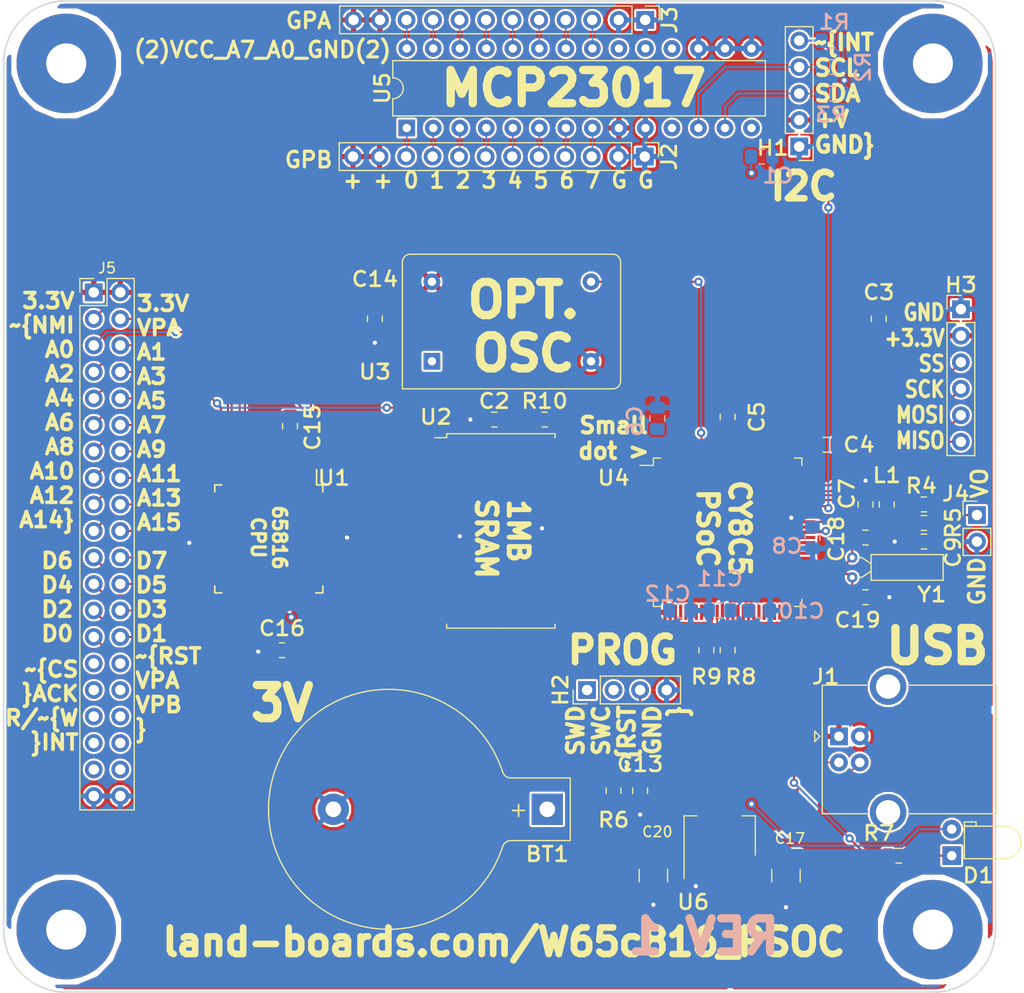
<source format=kicad_pcb>
(kicad_pcb (version 20171130) (host pcbnew "(5.0.2)-1")
  (title_block (title Z80_PSoC) (date 2019-09-25) (rev 1) (company land-boards.com))
  (layers (0 F.Cu signal) (31 B.Cu signal) (34 B.Paste user hide) (35 F.Paste user hide) (36 B.SilkS user) (37 F.SilkS user) (38 B.Mask user) (39 F.Mask user) (44 Edge.Cuts user))
  (net 0 "")
  (net 1 GND)
  (net 2 +5V)
  (net 3 "Net-(BT1-Pad1)")
  (net 4 "Net-(D1-Pad1)")
  (net 5 "Net-(J1-Pad5)")
  (net 6 /USB-DM)
  (net 7 /USB-DP)
  (net 8 "Net-(R7-Pad2)")
  (net 9 /CPUA11)
  (net 10 /CPUA12)
  (net 11 /CPUA13)
  (net 12 /CPUA14)
  (net 13 /CPUA15)
  (net 14 /CPUD4)
  (net 15 /CPUD3)
  (net 16 /CPUD5)
  (net 17 /CPUD6)
  (net 18 /CPUA0)
  (net 19 /CPUA1)
  (net 20 /CPUD2)
  (net 21 /CPUA2)
  (net 22 /CPUD7)
  (net 23 /CPUA3)
  (net 24 /CPUD0)
  (net 25 /CPUA4)
  (net 26 /CPUD1)
  (net 27 /CPUA5)
  (net 28 /CPUA6)
  (net 29 /~NMI)
  (net 30 /CPUA7)
  (net 31 /CPUA8)
  (net 32 /CPUA9)
  (net 33 /CPUA10)
  (net 34 /SCL)
  (net 35 /SDA)
  (net 36 "Net-(U3-Pad8)")
  (net 37 /SWD)
  (net 38 /SWC)
  (net 39 /SRAMA16)
  (net 40 /SRAMA18)
  (net 41 /SRAMA17)
  (net 42 /~MEMWR)
  (net 43 /~SRAMCS)
  (net 44 /GPB7)
  (net 45 /GPB0)
  (net 46 /GPA7)
  (net 47 /GPA0)
  (net 48 /~I2CINT)
  (net 49 /GPB1)
  (net 50 /GPB2)
  (net 51 /GPB3)
  (net 52 /GPB4)
  (net 53 /GPB5)
  (net 54 /GPB6)
  (net 55 /GPA1)
  (net 56 /GPA2)
  (net 57 /GPA3)
  (net 58 /GPA4)
  (net 59 /GPA5)
  (net 60 /GPA6)
  (net 61 /DAC_OUT)
  (net 62 "Net-(R8-Pad2)")
  (net 63 "Net-(R9-Pad2)")
  (net 64 "Net-(C10-Pad1)")
  (net 65 "Net-(C7-Pad1)")
  (net 66 "Net-(C8-Pad1)")
  (net 67 "Net-(C9-Pad2)")
  (net 68 "Net-(C13-Pad1)")
  (net 69 "Net-(C18-Pad2)")
  (net 70 "Net-(C19-Pad2)")
  (net 71 +3V3)
  (net 72 "Net-(R10-Pad1)")
  (net 73 /VPA)
  (net 74 /R/~W)
  (net 75 /E)
  (net 76 /BE)
  (net 77 /MX)
  (net 78 /VDA)
  (net 79 /~RESB)
  (net 80 /VPB)
  (net 81 /RDY)
  (net 82 /~ABTB)
  (net 83 /~IRQ)
  (net 84 /~ML)
  (net 85 /~IOCS)
  (net 86 /~IOACK)
  (net 87 /~IOINT)
  (net 88 /SPISS)
  (net 89 /SPISCK)
  (net 90 /SPIMOSI)
  (net 91 /SPIMISO)
  (net 92 /SRAMA19)
  (module Capacitor_SMD:C_0805_2012Metric_Pad1.15x1.40mm_HandSolder (layer F.Cu) (at 27.432 40.767 270)
    (fp_text reference C15 (at 0.127 -2.159 270) (layer F.SilkS) (effects (font (size 1.397 1.524) (thickness 0.254))))
    (fp_text value 0.1uF)
    (pad 1 smd roundrect (at -1.025 0 270) (size 1.15 1.4) (layers F.Cu F.Paste F.Mask) (roundrect_rratio 0.217391) (net 1 GND))
    (pad 2 smd roundrect (at 1.025 0 270) (size 1.15 1.4) (layers F.Cu F.Paste F.Mask) (roundrect_rratio 0.217391) (net 71 +3V3))
  )
  (module Capacitor_SMD:C_0805_2012Metric_Pad1.15x1.40mm_HandSolder (layer F.Cu) (at 78.74 42.545)
    (fp_text reference C4 (at 3.175 0) (layer F.SilkS) (effects (font (size 1.397 1.524) (thickness 0.254))))
    (fp_text value 1uF)
    (pad 1 smd roundrect (at -1.025 0) (size 1.15 1.4) (layers F.Cu F.Paste F.Mask) (roundrect_rratio 0.217391) (net 64 "Net-(C10-Pad1)"))
    (pad 2 smd roundrect (at 1.025 0) (size 1.15 1.4) (layers F.Cu F.Paste F.Mask) (roundrect_rratio 0.217391) (net 1 GND))
  )
  (module Inductor_SMD:L_0805_2012Metric_Pad1.15x1.40mm_HandSolder (layer F.Cu) (at 84.582 48.26 90)
    (fp_text reference L1 (at 2.794 0 180) (layer F.SilkS) (effects (font (size 1.397 1.524) (thickness 0.254))))
    (fp_text value ChipInd)
    (pad 1 smd roundrect (at -1.025 0 90) (size 1.15 1.4) (layers F.Cu F.Paste F.Mask) (roundrect_rratio 0.217391) (net 65 "Net-(C7-Pad1)"))
    (pad 2 smd roundrect (at 1.025 0 90) (size 1.15 1.4) (layers F.Cu F.Paste F.Mask) (roundrect_rratio 0.217391) (net 71 +3V3))
  )
  (module Oscillator:Oscillator_DIP-14 (layer F.Cu) (at 41.021 34.544)
    (fp_text reference U3 (at -5.461 1.016 -180) (layer F.SilkS) (effects (font (size 1.397 1.524) (thickness 0.254))))
    (fp_text value "4.9152 MHz")
    (pad 1 thru_hole rect (at 0 0) (size 1.6 1.6) (drill 0.8) (layers *.Cu *.Mask))
    (pad 14 thru_hole circle (at 0 -7.62) (size 1.6 1.6) (drill 0.8) (layers *.Cu *.Mask) (net 71 +3V3))
    (pad 8 thru_hole circle (at 15.24 -7.62) (size 1.6 1.6) (drill 0.8) (layers *.Cu *.Mask) (net 36 "Net-(U3-Pad8)"))
    (pad 7 thru_hole circle (at 15.24 0) (size 1.6 1.6) (drill 0.8) (layers *.Cu *.Mask) (net 1 GND))
  )
  (module Battery:BatteryHolder_Keystone_103_1x20mm (layer F.Cu) (at 52.07 77.47 180)
    (fp_text reference BT1 (at 0 -4.3 180) (layer F.SilkS) (effects (font (size 1.397 1.524) (thickness 0.254))))
    (fp_text value Battery_Cell)
    (fp_text user + (at 2.75 0 180) (layer F.SilkS) (effects (font (size 1.5 1.5))))
    (pad 2 thru_hole circle (at 20.49 0 180) (size 3 3) (drill 1.5) (layers *.Cu *.Mask) (net 1 GND))
    (pad 1 thru_hole rect (at 0 0 180) (size 3 3) (drill 1.5) (layers *.Cu *.Mask) (net 3 "Net-(BT1-Pad1)"))
  )
  (module Capacitor_SMD:C_0805_2012Metric_Pad1.15x1.40mm_HandSolder (layer F.Cu) (at 60.96 75.692 270)
    (fp_text reference C13 (at -2.54 0) (layer F.SilkS) (effects (font (size 1.397 1.524) (thickness 0.254))))
    (fp_text value 0.1uF)
    (pad 1 smd roundrect (at -1.025 0 270) (size 1.15 1.4) (layers F.Cu F.Paste F.Mask) (roundrect_rratio 0.217391) (net 68 "Net-(C13-Pad1)"))
    (pad 2 smd roundrect (at 1.025 0 270) (size 1.15 1.4) (layers F.Cu F.Paste F.Mask) (roundrect_rratio 0.217391) (net 1 GND))
  )
  (module Capacitor_SMD:C_0805_2012Metric_Pad1.15x1.40mm_HandSolder (layer B.Cu) (at 72.39 58.42)
    (fp_text reference C10 (at 4.0132 0.0508 180) (layer B.SilkS) (effects (font (size 1.397 1.524) (thickness 0.254)) (justify mirror)))
    (fp_text value 1uF)
    (pad 1 smd roundrect (at -1.025 0) (size 1.15 1.4) (layers B.Cu B.Paste B.Mask) (roundrect_rratio 0.217391) (net 64 "Net-(C10-Pad1)"))
    (pad 2 smd roundrect (at 1.025 0) (size 1.15 1.4) (layers B.Cu B.Paste B.Mask) (roundrect_rratio 0.217391) (net 1 GND))
  )
  (module Capacitor_SMD:C_0805_2012Metric_Pad1.15x1.40mm_HandSolder (layer F.Cu) (at 82.55 48.26 90)
    (fp_text reference C7 (at 1.016 -1.778 90) (layer F.SilkS) (effects (font (size 1.397 1.524) (thickness 0.254))))
    (fp_text value 1uF)
    (pad 2 smd roundrect (at 1.025 0 90) (size 1.15 1.4) (layers F.Cu F.Paste F.Mask) (roundrect_rratio 0.217391) (net 1 GND))
    (pad 1 smd roundrect (at -1.025 0 90) (size 1.15 1.4) (layers F.Cu F.Paste F.Mask) (roundrect_rratio 0.217391) (net 65 "Net-(C7-Pad1)"))
  )
  (module Capacitor_SMD:C_0805_2012Metric_Pad1.15x1.40mm_HandSolder (layer B.Cu) (at 77.47 51.435 270)
    (fp_text reference C8 (at 0.8128 2.4384 180) (layer B.SilkS) (effects (font (size 1.397 1.524) (thickness 0.254)) (justify mirror)))
    (fp_text value 1uF)
    (pad 2 smd roundrect (at 1.025 0 270) (size 1.15 1.4) (layers B.Cu B.Paste B.Mask) (roundrect_rratio 0.217391) (net 1 GND))
    (pad 1 smd roundrect (at -1.025 0 270) (size 1.15 1.4) (layers B.Cu B.Paste B.Mask) (roundrect_rratio 0.217391) (net 66 "Net-(C8-Pad1)"))
  )
  (module Capacitor_SMD:C_0805_2012Metric_Pad1.15x1.40mm_HandSolder (layer F.Cu) (at 26.67 62.23)
    (fp_text reference C16 (at 0 -2.0955) (layer F.SilkS) (effects (font (size 1.397 1.524) (thickness 0.254))))
    (fp_text value 0.1uF)
    (pad 1 smd roundrect (at -1.025 0) (size 1.15 1.4) (layers F.Cu F.Paste F.Mask) (roundrect_rratio 0.217391) (net 1 GND))
    (pad 2 smd roundrect (at 1.025 0) (size 1.15 1.4) (layers F.Cu F.Paste F.Mask) (roundrect_rratio 0.217391) (net 71 +3V3))
  )
  (module Capacitor_SMD:C_0805_2012Metric_Pad1.15x1.40mm_HandSolder (layer F.Cu) (at 82.55 51.435 180)
    (fp_text reference C18 (at 2.794 -0.127 270) (layer F.SilkS) (effects (font (size 1.397 1.524) (thickness 0.254))))
    (fp_text value 8pF)
    (pad 2 smd roundrect (at 1.025 0 180) (size 1.15 1.4) (layers F.Cu F.Paste F.Mask) (roundrect_rratio 0.217391) (net 69 "Net-(C18-Pad2)"))
    (pad 1 smd roundrect (at -1.025 0 180) (size 1.15 1.4) (layers F.Cu F.Paste F.Mask) (roundrect_rratio 0.217391) (net 1 GND))
  )
  (module Capacitor_SMD:C_0805_2012Metric_Pad1.15x1.40mm_HandSolder (layer F.Cu) (at 82.55 57.15 180)
    (fp_text reference C19 (at 0.762 -2.1844 180) (layer F.SilkS) (effects (font (size 1.397 1.524) (thickness 0.254))))
    (fp_text value 8pF)
    (pad 1 smd roundrect (at -1.025 0 180) (size 1.15 1.4) (layers F.Cu F.Paste F.Mask) (roundrect_rratio 0.217391) (net 1 GND))
    (pad 2 smd roundrect (at 1.025 0 180) (size 1.15 1.4) (layers F.Cu F.Paste F.Mask) (roundrect_rratio 0.217391) (net 70 "Net-(C19-Pad2)"))
  )
  (module Capacitor_SMD:C_0805_2012Metric_Pad1.15x1.40mm_HandSolder (layer B.Cu) (at 64.77 58.42 180)
    (fp_text reference C12 (at 1.1684 1.6002 180) (layer B.SilkS) (effects (font (size 1.397 1.524) (thickness 0.254)) (justify mirror)))
    (fp_text value 0.1uF)
    (pad 2 smd roundrect (at 1.025 0 180) (size 1.15 1.4) (layers B.Cu B.Paste B.Mask) (roundrect_rratio 0.217391) (net 71 +3V3))
    (pad 1 smd roundrect (at -1.025 0 180) (size 1.15 1.4) (layers B.Cu B.Paste B.Mask) (roundrect_rratio 0.217391) (net 1 GND))
  )
  (module Capacitor_SMD:C_0805_2012Metric_Pad1.15x1.40mm_HandSolder (layer F.Cu) (at 35.56 30.48 90)
    (fp_text reference C14 (at 3.81 0 180) (layer F.SilkS) (effects (font (size 1.397 1.524) (thickness 0.254))))
    (fp_text value 0.1uF)
    (pad 2 smd roundrect (at 1.025 0 90) (size 1.15 1.4) (layers F.Cu F.Paste F.Mask) (roundrect_rratio 0.217391) (net 71 +3V3))
    (pad 1 smd roundrect (at -1.025 0 90) (size 1.15 1.4) (layers F.Cu F.Paste F.Mask) (roundrect_rratio 0.217391) (net 1 GND))
  )
  (module Capacitor_SMD:C_0805_2012Metric_Pad1.15x1.40mm_HandSolder (layer B.Cu) (at 62.611 40.005 270)
    (fp_text reference C6 (at 0.2794 2.159 270) (layer B.SilkS) (effects (font (size 1.397 1.524) (thickness 0.254)) (justify mirror)))
    (fp_text value 0.1uF)
    (pad 1 smd roundrect (at -1.025 0 270) (size 1.15 1.4) (layers B.Cu B.Paste B.Mask) (roundrect_rratio 0.217391) (net 1 GND))
    (pad 2 smd roundrect (at 1.025 0 270) (size 1.15 1.4) (layers B.Cu B.Paste B.Mask) (roundrect_rratio 0.217391) (net 71 +3V3))
  )
  (module Capacitor_SMD:C_0805_2012Metric_Pad1.15x1.40mm_HandSolder (layer F.Cu) (at 46.99 40.132)
    (fp_text reference C2 (at 0 -1.778) (layer F.SilkS) (effects (font (size 1.397 1.524) (thickness 0.254))))
    (fp_text value 0.1uF)
    (pad 2 smd roundrect (at 1.025 0) (size 1.15 1.4) (layers F.Cu F.Paste F.Mask) (roundrect_rratio 0.217391) (net 71 +3V3))
    (pad 1 smd roundrect (at -1.025 0) (size 1.15 1.4) (layers F.Cu F.Paste F.Mask) (roundrect_rratio 0.217391) (net 1 GND))
  )
  (module Capacitor_SMD:C_0805_2012Metric_Pad1.15x1.40mm_HandSolder (layer F.Cu) (at 83.82 30.48 90)
    (fp_text reference C3 (at 2.54 0) (layer F.SilkS) (effects (font (size 1.397 1.524) (thickness 0.254))))
    (fp_text value 0.1uF)
    (pad 1 smd roundrect (at -1.025 0 90) (size 1.15 1.4) (layers F.Cu F.Paste F.Mask) (roundrect_rratio 0.217391) (net 1 GND))
    (pad 2 smd roundrect (at 1.025 0 90) (size 1.15 1.4) (layers F.Cu F.Paste F.Mask) (roundrect_rratio 0.217391) (net 71 +3V3))
  )
  (module Capacitor_SMD:C_0805_2012Metric_Pad1.15x1.40mm_HandSolder (layer B.Cu) (at 72.60082 14.93266 180)
    (fp_text reference C1 (at -1.56718 -1.83134) (layer B.SilkS) (effects (font (size 1.397 1.524) (thickness 0.254)) (justify mirror)))
    (fp_text value 0.1uF)
    (pad 2 smd roundrect (at 1.025 0 180) (size 1.15 1.4) (layers B.Cu B.Paste B.Mask) (roundrect_rratio 0.217391) (net 71 +3V3))
    (pad 1 smd roundrect (at -1.025 0 180) (size 1.15 1.4) (layers B.Cu B.Paste B.Mask) (roundrect_rratio 0.217391) (net 1 GND))
  )
  (module Capacitor_SMD:C_0805_2012Metric_Pad1.15x1.40mm_HandSolder (layer F.Cu) (at 69.342 39.878 270)
    (fp_text reference C5 (at 0 -2.794 270) (layer F.SilkS) (effects (font (size 1.397 1.524) (thickness 0.254))))
    (fp_text value 0.1uF)
    (pad 2 smd roundrect (at 1.025 0 270) (size 1.15 1.4) (layers F.Cu F.Paste F.Mask) (roundrect_rratio 0.217391) (net 71 +3V3))
    (pad 1 smd roundrect (at -1.025 0 270) (size 1.15 1.4) (layers F.Cu F.Paste F.Mask) (roundrect_rratio 0.217391) (net 1 GND))
  )
  (module Capacitor_SMD:C_0805_2012Metric_Pad1.15x1.40mm_HandSolder (layer B.Cu) (at 68.58 58.42)
    (fp_text reference C11 (at 0 -3.048) (layer B.SilkS) (effects (font (size 1.397 1.524) (thickness 0.254)) (justify mirror)))
    (fp_text value 0.1uF)
    (pad 1 smd roundrect (at -1.025 0) (size 1.15 1.4) (layers B.Cu B.Paste B.Mask) (roundrect_rratio 0.217391) (net 1 GND))
    (pad 2 smd roundrect (at 1.025 0) (size 1.15 1.4) (layers B.Cu B.Paste B.Mask) (roundrect_rratio 0.217391) (net 71 +3V3))
  )
  (module LED_THT:LED_D3.0mm_Horizontal_O1.27mm_Z2.0mm (layer F.Cu) (at 90.805 81.915 90)
    (fp_text reference D1 (at -1.905 2.54 180) (layer F.SilkS) (effects (font (size 1.397 1.524) (thickness 0.254))))
    (fp_text value LED)
    (pad 1 thru_hole rect (at 0 0 90) (size 1.8 1.8) (drill 0.9) (layers *.Cu *.Mask) (net 4 "Net-(D1-Pad1)"))
    (pad 2 thru_hole circle (at 2.54 0 90) (size 1.8 1.8) (drill 0.9) (layers *.Cu *.Mask) (net 71 +3V3))
  )
  (module Connector_PinHeader_2.54mm:PinHeader_1x04_P2.54mm_Vertical (layer F.Cu) (at 55.88 66.04 90)
    (fp_text reference H2 (at 0 -2.54 90) (layer F.SilkS) (effects (font (size 1.397 1.524) (thickness 0.254))))
    (fp_text value Conn_01x04)
    (pad 1 thru_hole rect (at 0 0 90) (size 1.7 1.7) (drill 1) (layers *.Cu *.Mask) (net 37 /SWD))
    (pad 2 thru_hole oval (at 0 2.54 90) (size 1.7 1.7) (drill 1) (layers *.Cu *.Mask) (net 38 /SWC))
    (pad 3 thru_hole oval (at 0 5.08 90) (size 1.7 1.7) (drill 1) (layers *.Cu *.Mask) (net 68 "Net-(C13-Pad1)"))
    (pad 4 thru_hole oval (at 0 7.62 90) (size 1.7 1.7) (drill 1) (layers *.Cu *.Mask) (net 1 GND))
  )
  (module Connector_USB:USB_B_OST_USB-B1HSxx_Horizontal (layer F.Cu) (at 80 70.485)
    (fp_text reference J1 (at -1.26 -5.715) (layer F.SilkS) (effects (font (size 1.397 1.524) (thickness 0.254))))
    (fp_text value USB_B)
    (pad 1 thru_hole rect (at 0 0) (size 1.7 1.7) (drill 0.92) (layers *.Cu *.Mask) (net 2 +5V))
    (pad 2 thru_hole circle (at 0 2.5) (size 1.7 1.7) (drill 0.92) (layers *.Cu *.Mask) (net 6 /USB-DM))
    (pad 3 thru_hole circle (at 2 2.5) (size 1.7 1.7) (drill 0.92) (layers *.Cu *.Mask) (net 7 /USB-DP))
    (pad 4 thru_hole circle (at 2 0) (size 1.7 1.7) (drill 0.92) (layers *.Cu *.Mask) (net 1 GND))
    (pad 5 thru_hole circle (at 4.71 -4.77) (size 3.5 3.5) (drill 2.33) (layers *.Cu *.Mask) (net 5 "Net-(J1-Pad5)"))
    (pad 5 thru_hole circle (at 4.71 7.27) (size 3.5 3.5) (drill 2.33) (layers *.Cu *.Mask) (net 5 "Net-(J1-Pad5)"))
  )
  (module Resistor_SMD:R_0805_2012Metric_Pad1.15x1.40mm_HandSolder (layer F.Cu) (at 58.42 75.692 90)
    (fp_text reference R6 (at -2.794 0 180) (layer F.SilkS) (effects (font (size 1.397 1.524) (thickness 0.254))))
    (fp_text value 3.9K)
    (pad 2 smd roundrect (at 1.025 0 90) (size 1.15 1.4) (layers F.Cu F.Paste F.Mask) (roundrect_rratio 0.217391) (net 68 "Net-(C13-Pad1)"))
    (pad 1 smd roundrect (at -1.025 0 90) (size 1.15 1.4) (layers F.Cu F.Paste F.Mask) (roundrect_rratio 0.217391) (net 71 +3V3))
  )
  (module Resistor_SMD:R_0805_2012Metric_Pad1.15x1.40mm_HandSolder (layer F.Cu) (at 69.342 62.23 90)
    (fp_text reference R8 (at -2.54 1.27) (layer F.SilkS) (effects (font (size 1.397 1.524) (thickness 0.254))))
    (fp_text value 22)
    (pad 2 smd roundrect (at 1.025 0 90) (size 1.15 1.4) (layers F.Cu F.Paste F.Mask) (roundrect_rratio 0.217391) (net 62 "Net-(R8-Pad2)"))
    (pad 1 smd roundrect (at -1.025 0 90) (size 1.15 1.4) (layers F.Cu F.Paste F.Mask) (roundrect_rratio 0.217391) (net 6 /USB-DM))
  )
  (module Resistor_SMD:R_0805_2012Metric_Pad1.15x1.40mm_HandSolder (layer F.Cu) (at 67.31 62.23 90)
    (fp_text reference R9 (at -2.54 0) (layer F.SilkS) (effects (font (size 1.397 1.524) (thickness 0.254))))
    (fp_text value 22)
    (pad 1 smd roundrect (at -1.025 0 90) (size 1.15 1.4) (layers F.Cu F.Paste F.Mask) (roundrect_rratio 0.217391) (net 7 /USB-DP))
    (pad 2 smd roundrect (at 1.025 0 90) (size 1.15 1.4) (layers F.Cu F.Paste F.Mask) (roundrect_rratio 0.217391) (net 63 "Net-(R9-Pad2)"))
  )
  (module Resistor_SMD:R_0805_2012Metric_Pad1.15x1.40mm_HandSolder (layer F.Cu) (at 85.725 81.915 180)
    (fp_text reference R7 (at 1.905 2.159 180) (layer F.SilkS) (effects (font (size 1.397 1.524) (thickness 0.254))))
    (fp_text value 330)
    (pad 2 smd roundrect (at 1.025 0 180) (size 1.15 1.4) (layers F.Cu F.Paste F.Mask) (roundrect_rratio 0.217391) (net 8 "Net-(R7-Pad2)"))
    (pad 1 smd roundrect (at -1.025 0 180) (size 1.15 1.4) (layers F.Cu F.Paste F.Mask) (roundrect_rratio 0.217391) (net 4 "Net-(D1-Pad1)"))
  )
  (module Package_QFP:TQFP-100_14x14mm_P0.5mm (layer F.Cu) (at 69.342 50.927)
    (fp_text reference U4 (at -10.922 -5.207) (layer F.SilkS) (effects (font (size 1.397 1.524) (thickness 0.254))))
    (fp_text value CY8C5267AXI-LP051)
    (pad 1 smd roundrect (at -7.6625 -6) (size 1.475 0.3) (layers F.Cu F.Paste F.Mask) (net 73 /VPA))
    (pad 2 smd roundrect (at -7.6625 -5.5) (size 1.475 0.3) (layers F.Cu F.Paste F.Mask) (net 76 /BE))
    (pad 3 smd roundrect (at -7.6625 -5) (size 1.475 0.3) (layers F.Cu F.Paste F.Mask) (net 74 /R/~W))
    (pad 4 smd roundrect (at -7.6625 -4.5) (size 1.475 0.3) (layers F.Cu F.Paste F.Mask) (net 34 /SCL))
    (pad 5 smd roundrect (at -7.6625 -4) (size 1.475 0.3) (layers F.Cu F.Paste F.Mask) (net 35 /SDA))
    (pad 6 smd roundrect (at -7.6625 -3.5) (size 1.475 0.3) (layers F.Cu F.Paste F.Mask) (net 25 /CPUA4))
    (pad 7 smd roundrect (at -7.6625 -3) (size 1.475 0.3) (layers F.Cu F.Paste F.Mask) (net 27 /CPUA5))
    (pad 8 smd roundrect (at -7.6625 -2.5) (size 1.475 0.3) (layers F.Cu F.Paste F.Mask) (net 28 /CPUA6))
    (pad 9 smd roundrect (at -7.6625 -2) (size 1.475 0.3) (layers F.Cu F.Paste F.Mask) (net 30 /CPUA7))
    (pad 10 smd roundrect (at -7.6625 -1.5) (size 1.475 0.3) (layers F.Cu F.Paste F.Mask) (net 1 GND))
    (pad 11 smd roundrect (at -7.6625 -1) (size 1.475 0.3) (layers F.Cu F.Paste F.Mask))
    (pad 12 smd roundrect (at -7.6625 -0.5) (size 1.475 0.3) (layers F.Cu F.Paste F.Mask) (net 1 GND))
    (pad 13 smd roundrect (at -7.6625 0) (size 1.475 0.3) (layers F.Cu F.Paste F.Mask) (net 3 "Net-(BT1-Pad1)"))
    (pad 14 smd roundrect (at -7.6625 0.5) (size 1.475 0.3) (layers F.Cu F.Paste F.Mask) (net 1 GND))
    (pad 15 smd roundrect (at -7.6625 1) (size 1.475 0.3) (layers F.Cu F.Paste F.Mask) (net 68 "Net-(C13-Pad1)"))
    (pad 16 smd roundrect (at -7.6625 1.5) (size 1.475 0.3) (layers F.Cu F.Paste F.Mask) (net 24 /CPUD0))
    (pad 17 smd roundrect (at -7.6625 2) (size 1.475 0.3) (layers F.Cu F.Paste F.Mask) (net 26 /CPUD1))
    (pad 18 smd roundrect (at -7.6625 2.5) (size 1.475 0.3) (layers F.Cu F.Paste F.Mask) (net 20 /CPUD2))
    (pad 19 smd roundrect (at -7.6625 3) (size 1.475 0.3) (layers F.Cu F.Paste F.Mask) (net 15 /CPUD3))
    (pad 20 smd roundrect (at -7.6625 3.5) (size 1.475 0.3) (layers F.Cu F.Paste F.Mask) (net 37 /SWD))
    (pad 21 smd roundrect (at -7.6625 4) (size 1.475 0.3) (layers F.Cu F.Paste F.Mask) (net 38 /SWC))
    (pad 22 smd roundrect (at -7.6625 4.5) (size 1.475 0.3) (layers F.Cu F.Paste F.Mask))
    (pad 23 smd roundrect (at -7.6625 5) (size 1.475 0.3) (layers F.Cu F.Paste F.Mask) (net 79 /~RESB))
    (pad 24 smd roundrect (at -7.6625 5.5) (size 1.475 0.3) (layers F.Cu F.Paste F.Mask) (net 87 /~IOINT))
    (pad 25 smd roundrect (at -7.6625 6) (size 1.475 0.3) (layers F.Cu F.Paste F.Mask) (net 86 /~IOACK))
    (pad 26 smd roundrect (at -6 7.6625) (size 0.3 1.475) (layers F.Cu F.Paste F.Mask) (net 71 +3V3))
    (pad 27 smd roundrect (at -5.5 7.6625) (size 0.3 1.475) (layers F.Cu F.Paste F.Mask) (net 85 /~IOCS))
    (pad 28 smd roundrect (at -5 7.6625) (size 0.3 1.475) (layers F.Cu F.Paste F.Mask) (net 8 "Net-(R7-Pad2)"))
    (pad 29 smd roundrect (at -4.5 7.6625) (size 0.3 1.475) (layers F.Cu F.Paste F.Mask))
    (pad 30 smd roundrect (at -4 7.6625) (size 0.3 1.475) (layers F.Cu F.Paste F.Mask))
    (pad 31 smd roundrect (at -3.5 7.6625) (size 0.3 1.475) (layers F.Cu F.Paste F.Mask) (net 14 /CPUD4))
    (pad 32 smd roundrect (at -3 7.6625) (size 0.3 1.475) (layers F.Cu F.Paste F.Mask) (net 16 /CPUD5))
    (pad 33 smd roundrect (at -2.5 7.6625) (size 0.3 1.475) (layers F.Cu F.Paste F.Mask) (net 17 /CPUD6))
    (pad 34 smd roundrect (at -2 7.6625) (size 0.3 1.475) (layers F.Cu F.Paste F.Mask) (net 22 /CPUD7))
    (pad 35 smd roundrect (at -1.5 7.6625) (size 0.3 1.475) (layers F.Cu F.Paste F.Mask) (net 63 "Net-(R9-Pad2)"))
    (pad 36 smd roundrect (at -1 7.6625) (size 0.3 1.475) (layers F.Cu F.Paste F.Mask) (net 62 "Net-(R8-Pad2)"))
    (pad 37 smd roundrect (at -0.5 7.6625) (size 0.3 1.475) (layers F.Cu F.Paste F.Mask) (net 71 +3V3))
    (pad 38 smd roundrect (at 0 7.6625) (size 0.3 1.475) (layers F.Cu F.Paste F.Mask) (net 1 GND))
    (pad 39 smd roundrect (at 0.5 7.6625) (size 0.3 1.475) (layers F.Cu F.Paste F.Mask) (net 64 "Net-(C10-Pad1)"))
    (pad 40 smd roundrect (at 1 7.6625) (size 0.3 1.475) (layers F.Cu F.Paste F.Mask))
    (pad 41 smd roundrect (at 1.5 7.6625) (size 0.3 1.475) (layers F.Cu F.Paste F.Mask))
    (pad 42 smd roundrect (at 2 7.6625) (size 0.3 1.475) (layers F.Cu F.Paste F.Mask) (net 31 /CPUA8))
    (pad 43 smd roundrect (at 2.5 7.6625) (size 0.3 1.475) (layers F.Cu F.Paste F.Mask) (net 32 /CPUA9))
    (pad 44 smd roundrect (at 3 7.6625) (size 0.3 1.475) (layers F.Cu F.Paste F.Mask) (net 84 /~ML))
    (pad 45 smd roundrect (at 3.5 7.6625) (size 0.3 1.475) (layers F.Cu F.Paste F.Mask) (net 81 /RDY))
    (pad 46 smd roundrect (at 4 7.6625) (size 0.3 1.475) (layers F.Cu F.Paste F.Mask) (net 82 /~ABTB))
    (pad 47 smd roundrect (at 4.5 7.6625) (size 0.3 1.475) (layers F.Cu F.Paste F.Mask) (net 83 /~IRQ))
    (pad 48 smd roundrect (at 5 7.6625) (size 0.3 1.475) (layers F.Cu F.Paste F.Mask) (net 29 /~NMI))
    (pad 49 smd roundrect (at 5.5 7.6625) (size 0.3 1.475) (layers F.Cu F.Paste F.Mask) (net 78 /VDA))
    (pad 50 smd roundrect (at 6 7.6625) (size 0.3 1.475) (layers F.Cu F.Paste F.Mask) (net 71 +3V3))
    (pad 51 smd roundrect (at 7.6625 6) (size 1.475 0.3) (layers F.Cu F.Paste F.Mask) (net 77 /MX))
    (pad 52 smd roundrect (at 7.6625 5.5) (size 1.475 0.3) (layers F.Cu F.Paste F.Mask) (net 75 /E))
    (pad 53 smd roundrect (at 7.6625 5) (size 1.475 0.3) (layers F.Cu F.Paste F.Mask))
    (pad 54 smd roundrect (at 7.6625 4.5) (size 1.475 0.3) (layers F.Cu F.Paste F.Mask))
    (pad 55 smd roundrect (at 7.6625 4) (size 1.475 0.3) (layers F.Cu F.Paste F.Mask) (net 70 "Net-(C19-Pad2)"))
    (pad 56 smd roundrect (at 7.6625 3.5) (size 1.475 0.3) (layers F.Cu F.Paste F.Mask) (net 69 "Net-(C18-Pad2)"))
    (pad 57 smd roundrect (at 7.6625 3) (size 1.475 0.3) (layers F.Cu F.Paste F.Mask))
    (pad 58 smd roundrect (at 7.6625 2.5) (size 1.475 0.3) (layers F.Cu F.Paste F.Mask))
    (pad 59 smd roundrect (at 7.6625 2) (size 1.475 0.3) (layers F.Cu F.Paste F.Mask))
    (pad 60 smd roundrect (at 7.6625 1.5) (size 1.475 0.3) (layers F.Cu F.Paste F.Mask))
    (pad 61 smd roundrect (at 7.6625 1) (size 1.475 0.3) (layers F.Cu F.Paste F.Mask))
    (pad 62 smd roundrect (at 7.6625 0.5) (size 1.475 0.3) (layers F.Cu F.Paste F.Mask))
    (pad 63 smd roundrect (at 7.6625 0) (size 1.475 0.3) (layers F.Cu F.Paste F.Mask) (net 66 "Net-(C8-Pad1)"))
    (pad 64 smd roundrect (at 7.6625 -0.5) (size 1.475 0.3) (layers F.Cu F.Paste F.Mask) (net 1 GND))
    (pad 65 smd roundrect (at 7.6625 -1) (size 1.475 0.3) (layers F.Cu F.Paste F.Mask) (net 65 "Net-(C7-Pad1)"))
    (pad 66 smd roundrect (at 7.6625 -1.5) (size 1.475 0.3) (layers F.Cu F.Paste F.Mask) (net 1 GND))
    (pad 67 smd roundrect (at 7.6625 -2) (size 1.475 0.3) (layers F.Cu F.Paste F.Mask) (net 61 /DAC_OUT))
    (pad 68 smd roundrect (at 7.6625 -2.5) (size 1.475 0.3) (layers F.Cu F.Paste F.Mask) (net 48 /~I2CINT))
    (pad 69 smd roundrect (at 7.6625 -3) (size 1.475 0.3) (layers F.Cu F.Paste F.Mask) (net 91 /SPIMISO))
    (pad 70 smd roundrect (at 7.6625 -3.5) (size 1.475 0.3) (layers F.Cu F.Paste F.Mask) (net 90 /SPIMOSI))
    (pad 71 smd roundrect (at 7.6625 -4) (size 1.475 0.3) (layers F.Cu F.Paste F.Mask) (net 89 /SPISCK))
    (pad 72 smd roundrect (at 7.6625 -4.5) (size 1.475 0.3) (layers F.Cu F.Paste F.Mask) (net 88 /SPISS))
    (pad 73 smd roundrect (at 7.6625 -5) (size 1.475 0.3) (layers F.Cu F.Paste F.Mask) (net 42 /~MEMWR))
    (pad 74 smd roundrect (at 7.6625 -5.5) (size 1.475 0.3) (layers F.Cu F.Paste F.Mask) (net 43 /~SRAMCS))
    (pad 75 smd roundrect (at 7.6625 -6) (size 1.475 0.3) (layers F.Cu F.Paste F.Mask) (net 71 +3V3))
    (pad 76 smd roundrect (at 6 -7.6625) (size 0.3 1.475) (layers F.Cu F.Paste F.Mask))
    (pad 77 smd roundrect (at 5.5 -7.6625) (size 0.3 1.475) (layers F.Cu F.Paste F.Mask))
    (pad 78 smd roundrect (at 5 -7.6625) (size 0.3 1.475) (layers F.Cu F.Paste F.Mask))
    (pad 79 smd roundrect (at 4.5 -7.6625) (size 0.3 1.475) (layers F.Cu F.Paste F.Mask))
    (pad 80 smd roundrect (at 4 -7.6625) (size 0.3 1.475) (layers F.Cu F.Paste F.Mask) (net 33 /CPUA10))
    (pad 81 smd roundrect (at 3.5 -7.6625) (size 0.3 1.475) (layers F.Cu F.Paste F.Mask) (net 9 /CPUA11))
    (pad 82 smd roundrect (at 3 -7.6625) (size 0.3 1.475) (layers F.Cu F.Paste F.Mask) (net 10 /CPUA12))
    (pad 83 smd roundrect (at 2.5 -7.6625) (size 0.3 1.475) (layers F.Cu F.Paste F.Mask) (net 11 /CPUA13))
    (pad 84 smd roundrect (at 2 -7.6625) (size 0.3 1.475) (layers F.Cu F.Paste F.Mask) (net 12 /CPUA14))
    (pad 85 smd roundrect (at 1.5 -7.6625) (size 0.3 1.475) (layers F.Cu F.Paste F.Mask) (net 13 /CPUA15))
    (pad 86 smd roundrect (at 1 -7.6625) (size 0.3 1.475) (layers F.Cu F.Paste F.Mask) (net 64 "Net-(C10-Pad1)"))
    (pad 87 smd roundrect (at 0.5 -7.6625) (size 0.3 1.475) (layers F.Cu F.Paste F.Mask) (net 1 GND))
    (pad 88 smd roundrect (at 0 -7.6625) (size 0.3 1.475) (layers F.Cu F.Paste F.Mask) (net 71 +3V3))
    (pad 89 smd roundrect (at -0.5 -7.6625) (size 0.3 1.475) (layers F.Cu F.Paste F.Mask) (net 18 /CPUA0))
    (pad 90 smd roundrect (at -1 -7.6625) (size 0.3 1.475) (layers F.Cu F.Paste F.Mask) (net 19 /CPUA1))
    (pad 91 smd roundrect (at -1.5 -7.6625) (size 0.3 1.475) (layers F.Cu F.Paste F.Mask) (net 21 /CPUA2))
    (pad 92 smd roundrect (at -2 -7.6625) (size 0.3 1.475) (layers F.Cu F.Paste F.Mask) (net 23 /CPUA3))
    (pad 93 smd roundrect (at -2.5 -7.6625) (size 0.3 1.475) (layers F.Cu F.Paste F.Mask) (net 36 "Net-(U3-Pad8)"))
    (pad 94 smd roundrect (at -3 -7.6625) (size 0.3 1.475) (layers F.Cu F.Paste F.Mask))
    (pad 95 smd roundrect (at -3.5 -7.6625) (size 0.3 1.475) (layers F.Cu F.Paste F.Mask) (net 39 /SRAMA16))
    (pad 96 smd roundrect (at -4 -7.6625) (size 0.3 1.475) (layers F.Cu F.Paste F.Mask) (net 41 /SRAMA17))
    (pad 97 smd roundrect (at -4.5 -7.6625) (size 0.3 1.475) (layers F.Cu F.Paste F.Mask) (net 40 /SRAMA18))
    (pad 98 smd roundrect (at -5 -7.6625) (size 0.3 1.475) (layers F.Cu F.Paste F.Mask) (net 92 /SRAMA19))
    (pad 99 smd roundrect (at -5.5 -7.6625) (size 0.3 1.475) (layers F.Cu F.Paste F.Mask) (net 80 /VPB))
    (pad 100 smd roundrect (at -6 -7.6625) (size 0.3 1.475) (layers F.Cu F.Paste F.Mask) (net 71 +3V3))
  )
  (module Crystal:Crystal_C26-LF_D2.1mm_L6.5mm_Horizontal (layer F.Cu) (at 81.28 55.245 90)
    (fp_text reference Y1 (at -1.651 7.62 180) (layer F.SilkS) (effects (font (size 1.397 1.524) (thickness 0.254))))
    (fp_text value 32.768KHz)
    (pad 1 thru_hole circle (at 0 0 90) (size 1 1) (drill 0.5) (layers *.Cu *.Mask) (net 70 "Net-(C19-Pad2)"))
    (pad 2 thru_hole circle (at 1.9 0 90) (size 1 1) (drill 0.5) (layers *.Cu *.Mask) (net 69 "Net-(C18-Pad2)"))
  )
  (module Connector_PinHeader_2.54mm:PinHeader_1x06_P2.54mm_Vertical (layer F.Cu) (at 91.6813 29.5529)
    (fp_text reference H3 (at 0 -2.33) (layer F.SilkS) (effects (font (size 1.397 1.524) (thickness 0.254))))
    (fp_text value Conn_01x06)
    (pad 1 thru_hole rect (at 0 0) (size 1.7 1.7) (drill 1) (layers *.Cu *.Mask) (net 1 GND))
    (pad 2 thru_hole oval (at 0 2.54) (size 1.7 1.7) (drill 1) (layers *.Cu *.Mask) (net 71 +3V3))
    (pad 3 thru_hole oval (at 0 5.08) (size 1.7 1.7) (drill 1) (layers *.Cu *.Mask) (net 88 /SPISS))
    (pad 4 thru_hole oval (at 0 7.62) (size 1.7 1.7) (drill 1) (layers *.Cu *.Mask) (net 89 /SPISCK))
    (pad 5 thru_hole oval (at 0 10.16) (size 1.7 1.7) (drill 1) (layers *.Cu *.Mask) (net 90 /SPIMOSI))
    (pad 6 thru_hole oval (at 0 12.7) (size 1.7 1.7) (drill 1) (layers *.Cu *.Mask) (net 91 /SPIMISO))
  )
  (module LandBoards_MountHoles:MTG-6-32 (layer F.Cu) (at 6 6)
    (fp_text reference MTG1 hide)
    (fp_text value MTG_HOLE hide)
    (pad 1 thru_hole circle (at 0 0) (size 9.525 9.525) (drill 3.8354) (layers *.Cu *.Mask) (clearance 0.508))
  )
  (module LandBoards_MountHoles:MTG-6-32 (layer F.Cu) (at 89 6)
    (fp_text reference MTG2 hide)
    (fp_text value MTG_HOLE hide)
    (pad 1 thru_hole circle (at 0 0) (size 9.525 9.525) (drill 3.8354) (layers *.Cu *.Mask) (clearance 0.508))
  )
  (module LandBoards_MountHoles:MTG-6-32 (layer F.Cu) (at 6 89)
    (fp_text reference MTG3 hide)
    (fp_text value MTG_HOLE hide)
    (pad 1 thru_hole circle (at 0 0) (size 9.525 9.525) (drill 3.8354) (layers *.Cu *.Mask) (clearance 0.508))
  )
  (module LandBoards_MountHoles:MTG-6-32 (layer F.Cu) (at 89 89)
    (fp_text reference MTG4 hide)
    (fp_text value MTG_HOLE hide)
    (pad 1 thru_hole circle (at 0 0) (size 9.525 9.525) (drill 3.8354) (layers *.Cu *.Mask) (clearance 0.508))
  )
  (module Package_DIP:DIP-28_W7.62mm (layer F.Cu) (at 38.608 12.192 90)
    (fp_text reference U5 (at 3.81 -2.33 90) (layer F.SilkS) (effects (font (size 1.397 1.524) (thickness 0.254))))
    (fp_text value MCP23017_SP)
    (pad 1 thru_hole rect (at 0 0 90) (size 1.6 1.6) (drill 0.8) (layers *.Cu *.Mask) (net 45 /GPB0))
    (pad 15 thru_hole oval (at 7.62 33.02 90) (size 1.6 1.6) (drill 0.8) (layers *.Cu *.Mask) (net 1 GND))
    (pad 2 thru_hole oval (at 0 2.54 90) (size 1.6 1.6) (drill 0.8) (layers *.Cu *.Mask) (net 49 /GPB1))
    (pad 16 thru_hole oval (at 7.62 30.48 90) (size 1.6 1.6) (drill 0.8) (layers *.Cu *.Mask) (net 1 GND))
    (pad 3 thru_hole oval (at 0 5.08 90) (size 1.6 1.6) (drill 0.8) (layers *.Cu *.Mask) (net 50 /GPB2))
    (pad 17 thru_hole oval (at 7.62 27.94 90) (size 1.6 1.6) (drill 0.8) (layers *.Cu *.Mask) (net 1 GND))
    (pad 4 thru_hole oval (at 0 7.62 90) (size 1.6 1.6) (drill 0.8) (layers *.Cu *.Mask) (net 51 /GPB3))
    (pad 18 thru_hole oval (at 7.62 25.4 90) (size 1.6 1.6) (drill 0.8) (layers *.Cu *.Mask) (net 79 /~RESB))
    (pad 5 thru_hole oval (at 0 10.16 90) (size 1.6 1.6) (drill 0.8) (layers *.Cu *.Mask) (net 52 /GPB4))
    (pad 19 thru_hole oval (at 7.62 22.86 90) (size 1.6 1.6) (drill 0.8) (layers *.Cu *.Mask))
    (pad 6 thru_hole oval (at 0 12.7 90) (size 1.6 1.6) (drill 0.8) (layers *.Cu *.Mask) (net 53 /GPB5))
    (pad 20 thru_hole oval (at 7.62 20.32 90) (size 1.6 1.6) (drill 0.8) (layers *.Cu *.Mask))
    (pad 7 thru_hole oval (at 0 15.24 90) (size 1.6 1.6) (drill 0.8) (layers *.Cu *.Mask) (net 54 /GPB6))
    (pad 21 thru_hole oval (at 7.62 17.78 90) (size 1.6 1.6) (drill 0.8) (layers *.Cu *.Mask) (net 47 /GPA0))
    (pad 8 thru_hole oval (at 0 17.78 90) (size 1.6 1.6) (drill 0.8) (layers *.Cu *.Mask) (net 44 /GPB7))
    (pad 22 thru_hole oval (at 7.62 15.24 90) (size 1.6 1.6) (drill 0.8) (layers *.Cu *.Mask) (net 55 /GPA1))
    (pad 9 thru_hole oval (at 0 20.32 90) (size 1.6 1.6) (drill 0.8) (layers *.Cu *.Mask) (net 71 +3V3))
    (pad 23 thru_hole oval (at 7.62 12.7 90) (size 1.6 1.6) (drill 0.8) (layers *.Cu *.Mask) (net 56 /GPA2))
    (pad 10 thru_hole oval (at 0 22.86 90) (size 1.6 1.6) (drill 0.8) (layers *.Cu *.Mask) (net 1 GND))
    (pad 24 thru_hole oval (at 7.62 10.16 90) (size 1.6 1.6) (drill 0.8) (layers *.Cu *.Mask) (net 57 /GPA3))
    (pad 11 thru_hole oval (at 0 25.4 90) (size 1.6 1.6) (drill 0.8) (layers *.Cu *.Mask))
    (pad 25 thru_hole oval (at 7.62 7.62 90) (size 1.6 1.6) (drill 0.8) (layers *.Cu *.Mask) (net 58 /GPA4))
    (pad 12 thru_hole oval (at 0 27.94 90) (size 1.6 1.6) (drill 0.8) (layers *.Cu *.Mask) (net 34 /SCL))
    (pad 26 thru_hole oval (at 7.62 5.08 90) (size 1.6 1.6) (drill 0.8) (layers *.Cu *.Mask) (net 59 /GPA5))
    (pad 13 thru_hole oval (at 0 30.48 90) (size 1.6 1.6) (drill 0.8) (layers *.Cu *.Mask) (net 35 /SDA))
    (pad 27 thru_hole oval (at 7.62 2.54 90) (size 1.6 1.6) (drill 0.8) (layers *.Cu *.Mask) (net 60 /GPA6))
    (pad 14 thru_hole oval (at 0 33.02 90) (size 1.6 1.6) (drill 0.8) (layers *.Cu *.Mask))
    (pad 28 thru_hole oval (at 7.62 0 90) (size 1.6 1.6) (drill 0.8) (layers *.Cu *.Mask) (net 46 /GPA7))
  )
  (module Connector_PinHeader_2.54mm:PinHeader_1x05_P2.54mm_Vertical (layer F.Cu) (at 76.2 13.97 180)
    (fp_text reference H1 (at 2.54 -0.127 180) (layer F.SilkS) (effects (font (size 1.397 1.524) (thickness 0.254))))
    (fp_text value Conn_01x05)
    (pad 1 thru_hole rect (at 0 0 180) (size 1.7 1.7) (drill 1) (layers *.Cu *.Mask) (net 1 GND))
    (pad 2 thru_hole oval (at 0 2.54 180) (size 1.7 1.7) (drill 1) (layers *.Cu *.Mask) (net 71 +3V3))
    (pad 3 thru_hole oval (at 0 5.08 180) (size 1.7 1.7) (drill 1) (layers *.Cu *.Mask) (net 35 /SDA))
    (pad 4 thru_hole oval (at 0 7.62 180) (size 1.7 1.7) (drill 1) (layers *.Cu *.Mask) (net 34 /SCL))
    (pad 5 thru_hole oval (at 0 10.16 180) (size 1.7 1.7) (drill 1) (layers *.Cu *.Mask) (net 48 /~I2CINT))
  )
  (module Connector_PinHeader_2.54mm:PinHeader_1x12_P2.54mm_Vertical (layer F.Cu) (at 61.40704 14.93012 270)
    (fp_text reference J2 (at 0 -2.33 270) (layer F.SilkS) (effects (font (size 1.397 1.524) (thickness 0.254))))
    (fp_text value Conn_01x12)
    (pad 12 thru_hole oval (at 0 27.94 270) (size 1.7 1.7) (drill 1) (layers *.Cu *.Mask) (net 71 +3V3))
    (pad 11 thru_hole oval (at 0 25.4 270) (size 1.7 1.7) (drill 1) (layers *.Cu *.Mask) (net 71 +3V3))
    (pad 10 thru_hole oval (at 0 22.86 270) (size 1.7 1.7) (drill 1) (layers *.Cu *.Mask) (net 45 /GPB0))
    (pad 9 thru_hole oval (at 0 20.32 270) (size 1.7 1.7) (drill 1) (layers *.Cu *.Mask) (net 49 /GPB1))
    (pad 8 thru_hole oval (at 0 17.78 270) (size 1.7 1.7) (drill 1) (layers *.Cu *.Mask) (net 50 /GPB2))
    (pad 7 thru_hole oval (at 0 15.24 270) (size 1.7 1.7) (drill 1) (layers *.Cu *.Mask) (net 51 /GPB3))
    (pad 6 thru_hole oval (at 0 12.7 270) (size 1.7 1.7) (drill 1) (layers *.Cu *.Mask) (net 52 /GPB4))
    (pad 5 thru_hole oval (at 0 10.16 270) (size 1.7 1.7) (drill 1) (layers *.Cu *.Mask) (net 53 /GPB5))
    (pad 4 thru_hole oval (at 0 7.62 270) (size 1.7 1.7) (drill 1) (layers *.Cu *.Mask) (net 54 /GPB6))
    (pad 3 thru_hole oval (at 0 5.08 270) (size 1.7 1.7) (drill 1) (layers *.Cu *.Mask) (net 44 /GPB7))
    (pad 2 thru_hole oval (at 0 2.54 270) (size 1.7 1.7) (drill 1) (layers *.Cu *.Mask) (net 1 GND))
    (pad 1 thru_hole rect (at 0 0 270) (size 1.7 1.7) (drill 1) (layers *.Cu *.Mask) (net 1 GND))
  )
  (module Connector_PinHeader_2.54mm:PinHeader_1x12_P2.54mm_Vertical (layer F.Cu) (at 61.45022 1.83134 270)
    (fp_text reference J3 (at 0 -2.33 270) (layer F.SilkS) (effects (font (size 1.397 1.524) (thickness 0.254))))
    (fp_text value Conn_01x12)
    (pad 1 thru_hole rect (at 0 0 270) (size 1.7 1.7) (drill 1) (layers *.Cu *.Mask) (net 1 GND))
    (pad 2 thru_hole oval (at 0 2.54 270) (size 1.7 1.7) (drill 1) (layers *.Cu *.Mask) (net 1 GND))
    (pad 3 thru_hole oval (at 0 5.08 270) (size 1.7 1.7) (drill 1) (layers *.Cu *.Mask) (net 47 /GPA0))
    (pad 4 thru_hole oval (at 0 7.62 270) (size 1.7 1.7) (drill 1) (layers *.Cu *.Mask) (net 55 /GPA1))
    (pad 5 thru_hole oval (at 0 10.16 270) (size 1.7 1.7) (drill 1) (layers *.Cu *.Mask) (net 56 /GPA2))
    (pad 6 thru_hole oval (at 0 12.7 270) (size 1.7 1.7) (drill 1) (layers *.Cu *.Mask) (net 57 /GPA3))
    (pad 7 thru_hole oval (at 0 15.24 270) (size 1.7 1.7) (drill 1) (layers *.Cu *.Mask) (net 58 /GPA4))
    (pad 8 thru_hole oval (at 0 17.78 270) (size 1.7 1.7) (drill 1) (layers *.Cu *.Mask) (net 59 /GPA5))
    (pad 9 thru_hole oval (at 0 20.32 270) (size 1.7 1.7) (drill 1) (layers *.Cu *.Mask) (net 60 /GPA6))
    (pad 10 thru_hole oval (at 0 22.86 270) (size 1.7 1.7) (drill 1) (layers *.Cu *.Mask) (net 46 /GPA7))
    (pad 11 thru_hole oval (at 0 25.4 270) (size 1.7 1.7) (drill 1) (layers *.Cu *.Mask) (net 71 +3V3))
    (pad 12 thru_hole oval (at 0 27.94 270) (size 1.7 1.7) (drill 1) (layers *.Cu *.Mask) (net 71 +3V3))
  )
  (module Resistor_SMD:R_0805_2012Metric_Pad1.15x1.40mm_HandSolder (layer B.Cu) (at 79.375 8.89 180)
    (fp_text reference R3 (at 0.127 -2.032 180) (layer B.SilkS) (effects (font (size 1.397 1.524) (thickness 0.254)) (justify mirror)))
    (fp_text value 2.2K)
    (pad 1 smd roundrect (at -1.025 0 180) (size 1.15 1.4) (layers B.Cu B.Paste B.Mask) (roundrect_rratio 0.217391) (net 71 +3V3))
    (pad 2 smd roundrect (at 1.025 0 180) (size 1.15 1.4) (layers B.Cu B.Paste B.Mask) (roundrect_rratio 0.217391) (net 35 /SDA))
  )
  (module Resistor_SMD:R_0805_2012Metric_Pad1.15x1.40mm_HandSolder (layer B.Cu) (at 79.375 6.35 180)
    (fp_text reference R2 (at -2.921 0 270) (layer B.SilkS) (effects (font (size 1.397 1.524) (thickness 0.254)) (justify mirror)))
    (fp_text value 2.2K)
    (pad 2 smd roundrect (at 1.025 0 180) (size 1.15 1.4) (layers B.Cu B.Paste B.Mask) (roundrect_rratio 0.217391) (net 34 /SCL))
    (pad 1 smd roundrect (at -1.025 0 180) (size 1.15 1.4) (layers B.Cu B.Paste B.Mask) (roundrect_rratio 0.217391) (net 71 +3V3))
  )
  (module Resistor_SMD:R_0805_2012Metric_Pad1.15x1.40mm_HandSolder (layer B.Cu) (at 79.375 3.81 180)
    (fp_text reference R1 (at -0.1778 1.778 180) (layer B.SilkS) (effects (font (size 1.397 1.524) (thickness 0.254)) (justify mirror)))
    (fp_text value 2.2K)
    (pad 1 smd roundrect (at -1.025 0 180) (size 1.15 1.4) (layers B.Cu B.Paste B.Mask) (roundrect_rratio 0.217391) (net 71 +3V3))
    (pad 2 smd roundrect (at 1.025 0 180) (size 1.15 1.4) (layers B.Cu B.Paste B.Mask) (roundrect_rratio 0.217391) (net 48 /~I2CINT))
  )
  (module Capacitor_SMD:C_0805_2012Metric_Pad1.15x1.40mm_HandSolder (layer F.Cu) (at 88.138 51.816)
    (fp_text reference C9 (at 2.794 1.016 -90) (layer F.SilkS) (effects (font (size 1.397 1.524) (thickness 0.254))))
    (fp_text value 0.001uF)
    (pad 1 smd roundrect (at -1.025 0) (size 1.15 1.4) (layers F.Cu F.Paste F.Mask) (roundrect_rratio 0.217391) (net 1 GND))
    (pad 2 smd roundrect (at 1.025 0) (size 1.15 1.4) (layers F.Cu F.Paste F.Mask) (roundrect_rratio 0.217391) (net 67 "Net-(C9-Pad2)"))
  )
  (module Resistor_SMD:R_0805_2012Metric_Pad1.15x1.40mm_HandSolder (layer F.Cu) (at 88.138 48.26 180)
    (fp_text reference R4 (at 0.254 1.778 180) (layer F.SilkS) (effects (font (size 1.397 1.524) (thickness 0.254))))
    (fp_text value 2.2K)
    (pad 1 smd roundrect (at -1.025 0 180) (size 1.15 1.4) (layers F.Cu F.Paste F.Mask) (roundrect_rratio 0.217391) (net 67 "Net-(C9-Pad2)"))
    (pad 2 smd roundrect (at 1.025 0 180) (size 1.15 1.4) (layers F.Cu F.Paste F.Mask) (roundrect_rratio 0.217391) (net 61 /DAC_OUT))
  )
  (module Resistor_SMD:R_0805_2012Metric_Pad1.15x1.40mm_HandSolder (layer F.Cu) (at 88.138 50.038)
    (fp_text reference R5 (at 2.794 0 -90) (layer F.SilkS) (effects (font (size 1.397 1.524) (thickness 0.254))))
    (fp_text value 100)
    (pad 2 smd roundrect (at 1.025 0) (size 1.15 1.4) (layers F.Cu F.Paste F.Mask) (roundrect_rratio 0.217391) (net 67 "Net-(C9-Pad2)"))
    (pad 1 smd roundrect (at -1.025 0) (size 1.15 1.4) (layers F.Cu F.Paste F.Mask) (roundrect_rratio 0.217391) (net 1 GND))
  )
  (module Connector_PinHeader_2.54mm:PinHeader_1x02_P2.54mm_Vertical (layer F.Cu) (at 93.218 49.276)
    (fp_text reference J4 (at -2.032 -2.032 180) (layer F.SilkS) (effects (font (size 1.397 1.524) (thickness 0.254))))
    (fp_text value Conn_01x02)
    (pad 1 thru_hole rect (at 0 0) (size 1.7 1.7) (drill 1) (layers *.Cu *.Mask) (net 67 "Net-(C9-Pad2)"))
    (pad 2 thru_hole oval (at 0 2.54) (size 1.7 1.7) (drill 1) (layers *.Cu *.Mask) (net 1 GND))
  )
  (module Resistor_SMD:R_0805_2012Metric_Pad1.15x1.40mm_HandSolder (layer F.Cu) (at 51.816 40.132 180)
    (fp_text reference R10 (at 0 1.778 180) (layer F.SilkS) (effects (font (size 1.397 1.524) (thickness 0.254))))
    (fp_text value 2.2K)
    (pad 1 smd roundrect (at -1.025 0 180) (size 1.15 1.4) (layers F.Cu F.Paste F.Mask) (roundrect_rratio 0.217391) (net 72 "Net-(R10-Pad1)"))
    (pad 2 smd roundrect (at 1.025 0 180) (size 1.15 1.4) (layers F.Cu F.Paste F.Mask) (roundrect_rratio 0.217391) (net 71 +3V3))
  )
  (module Package_QFP:LQFP-44_10x10mm_P0.8mm (layer F.Cu) (at 25.4 51.562 270)
    (fp_text reference U1 (at -5.842 -6.223) (layer F.SilkS) (effects (font (size 1.397 1.524) (thickness 0.254))))
    (fp_text value W65C816S)
    (pad 1 smd rect (at -5.85 -4 270) (size 1.6 0.56) (layers F.Cu F.Paste F.Mask) (net 29 /~NMI))
    (pad 2 smd rect (at -5.85 -3.2 270) (size 1.6 0.56) (layers F.Cu F.Paste F.Mask) (net 73 /VPA))
    (pad 3 smd rect (at -5.85 -2.4 270) (size 1.6 0.56) (layers F.Cu F.Paste F.Mask) (net 71 +3V3))
    (pad 4 smd rect (at -5.85 -1.6 270) (size 1.6 0.56) (layers F.Cu F.Paste F.Mask) (net 18 /CPUA0))
    (pad 5 smd rect (at -5.85 -0.8 270) (size 1.6 0.56) (layers F.Cu F.Paste F.Mask) (net 19 /CPUA1))
    (pad 6 smd rect (at -5.85 0 270) (size 1.6 0.56) (layers F.Cu F.Paste F.Mask))
    (pad 7 smd rect (at -5.85 0.8 270) (size 1.6 0.56) (layers F.Cu F.Paste F.Mask) (net 21 /CPUA2))
    (pad 8 smd rect (at -5.85 1.6 270) (size 1.6 0.56) (layers F.Cu F.Paste F.Mask) (net 23 /CPUA3))
    (pad 9 smd rect (at -5.85 2.4 270) (size 1.6 0.56) (layers F.Cu F.Paste F.Mask) (net 25 /CPUA4))
    (pad 10 smd rect (at -5.85 3.2 270) (size 1.6 0.56) (layers F.Cu F.Paste F.Mask) (net 27 /CPUA5))
    (pad 11 smd rect (at -5.85 4 270) (size 1.6 0.56) (layers F.Cu F.Paste F.Mask) (net 28 /CPUA6))
    (pad 12 smd rect (at -4 5.85) (size 1.6 0.56) (layers F.Cu F.Paste F.Mask) (net 30 /CPUA7))
    (pad 13 smd rect (at -3.2 5.85) (size 1.6 0.56) (layers F.Cu F.Paste F.Mask) (net 31 /CPUA8))
    (pad 14 smd rect (at -2.4 5.85) (size 1.6 0.56) (layers F.Cu F.Paste F.Mask) (net 32 /CPUA9))
    (pad 15 smd rect (at -1.6 5.85) (size 1.6 0.56) (layers F.Cu F.Paste F.Mask) (net 33 /CPUA10))
    (pad 16 smd rect (at -0.8 5.85) (size 1.6 0.56) (layers F.Cu F.Paste F.Mask) (net 9 /CPUA11))
    (pad 17 smd rect (at 0 5.85) (size 1.6 0.56) (layers F.Cu F.Paste F.Mask) (net 1 GND))
    (pad 18 smd rect (at 0.8 5.85) (size 1.6 0.56) (layers F.Cu F.Paste F.Mask) (net 1 GND))
    (pad 19 smd rect (at 1.6 5.85) (size 1.6 0.56) (layers F.Cu F.Paste F.Mask) (net 10 /CPUA12))
    (pad 20 smd rect (at 2.4 5.85) (size 1.6 0.56) (layers F.Cu F.Paste F.Mask) (net 11 /CPUA13))
    (pad 21 smd rect (at 3.2 5.85) (size 1.6 0.56) (layers F.Cu F.Paste F.Mask) (net 12 /CPUA14))
    (pad 22 smd rect (at 4 5.85) (size 1.6 0.56) (layers F.Cu F.Paste F.Mask) (net 13 /CPUA15))
    (pad 23 smd rect (at 5.85 4 270) (size 1.6 0.56) (layers F.Cu F.Paste F.Mask) (net 22 /CPUD7))
    (pad 24 smd rect (at 5.85 3.2 270) (size 1.6 0.56) (layers F.Cu F.Paste F.Mask) (net 17 /CPUD6))
    (pad 25 smd rect (at 5.85 2.4 270) (size 1.6 0.56) (layers F.Cu F.Paste F.Mask) (net 16 /CPUD5))
    (pad 26 smd rect (at 5.85 1.6 270) (size 1.6 0.56) (layers F.Cu F.Paste F.Mask) (net 14 /CPUD4))
    (pad 27 smd rect (at 5.85 0.8 270) (size 1.6 0.56) (layers F.Cu F.Paste F.Mask) (net 15 /CPUD3))
    (pad 28 smd rect (at 5.85 0 270) (size 1.6 0.56) (layers F.Cu F.Paste F.Mask) (net 20 /CPUD2))
    (pad 29 smd rect (at 5.85 -0.8 270) (size 1.6 0.56) (layers F.Cu F.Paste F.Mask) (net 26 /CPUD1))
    (pad 30 smd rect (at 5.85 -1.6 270) (size 1.6 0.56) (layers F.Cu F.Paste F.Mask) (net 24 /CPUD0))
    (pad 31 smd rect (at 5.85 -2.4 270) (size 1.6 0.56) (layers F.Cu F.Paste F.Mask) (net 71 +3V3))
    (pad 32 smd rect (at 5.85 -3.2 270) (size 1.6 0.56) (layers F.Cu F.Paste F.Mask) (net 74 /R/~W))
    (pad 33 smd rect (at 5.85 -4 270) (size 1.6 0.56) (layers F.Cu F.Paste F.Mask) (net 75 /E))
    (pad 34 smd rect (at 4 -5.85) (size 1.6 0.56) (layers F.Cu F.Paste F.Mask) (net 76 /BE))
    (pad 35 smd rect (at 3.2 -5.85) (size 1.6 0.56) (layers F.Cu F.Paste F.Mask))
    (pad 36 smd rect (at 2.4 -5.85) (size 1.6 0.56) (layers F.Cu F.Paste F.Mask) (net 77 /MX))
    (pad 37 smd rect (at 1.6 -5.85) (size 1.6 0.56) (layers F.Cu F.Paste F.Mask) (net 78 /VDA))
    (pad 38 smd rect (at 0.8 -5.85) (size 1.6 0.56) (layers F.Cu F.Paste F.Mask) (net 79 /~RESB))
    (pad 39 smd rect (at 0 -5.85) (size 1.6 0.56) (layers F.Cu F.Paste F.Mask) (net 1 GND))
    (pad 40 smd rect (at -0.8 -5.85) (size 1.6 0.56) (layers F.Cu F.Paste F.Mask) (net 80 /VPB))
    (pad 41 smd rect (at -1.6 -5.85) (size 1.6 0.56) (layers F.Cu F.Paste F.Mask) (net 81 /RDY))
    (pad 42 smd rect (at -2.4 -5.85) (size 1.6 0.56) (layers F.Cu F.Paste F.Mask) (net 82 /~ABTB))
    (pad 43 smd rect (at -3.2 -5.85) (size 1.6 0.56) (layers F.Cu F.Paste F.Mask) (net 83 /~IRQ))
    (pad 44 smd rect (at -4 -5.85) (size 1.6 0.56) (layers F.Cu F.Paste F.Mask) (net 84 /~ML))
  )
  (module Package_SO:TSOP-II-44_10.16x18.41mm_P0.8mm (layer F.Cu) (at 47.625 50.8)
    (fp_text reference U2 (at -6.223 -10.922) (layer F.SilkS) (effects (font (size 1.397 1.524) (thickness 0.254))))
    (fp_text value IS62WV10248EBLL-45TLI)
    (pad 1 smd roundrect (at -5.5875 -8.4) (size 1.525 0.55) (layers F.Cu F.Paste F.Mask) (net 25 /CPUA4))
    (pad 2 smd roundrect (at -5.5875 -7.6) (size 1.525 0.55) (layers F.Cu F.Paste F.Mask) (net 23 /CPUA3))
    (pad 3 smd roundrect (at -5.5875 -6.8) (size 1.525 0.55) (layers F.Cu F.Paste F.Mask) (net 21 /CPUA2))
    (pad 4 smd roundrect (at -5.5875 -6) (size 1.525 0.55) (layers F.Cu F.Paste F.Mask) (net 19 /CPUA1))
    (pad 5 smd roundrect (at -5.5875 -5.2) (size 1.525 0.55) (layers F.Cu F.Paste F.Mask) (net 18 /CPUA0))
    (pad 6 smd roundrect (at -5.5875 -4.4) (size 1.525 0.55) (layers F.Cu F.Paste F.Mask) (net 43 /~SRAMCS))
    (pad 7 smd roundrect (at -5.5875 -3.6) (size 1.525 0.55) (layers F.Cu F.Paste F.Mask))
    (pad 8 smd roundrect (at -5.5875 -2.8) (size 1.525 0.55) (layers F.Cu F.Paste F.Mask))
    (pad 9 smd roundrect (at -5.5875 -2) (size 1.525 0.55) (layers F.Cu F.Paste F.Mask) (net 24 /CPUD0))
    (pad 10 smd roundrect (at -5.5875 -1.2) (size 1.525 0.55) (layers F.Cu F.Paste F.Mask) (net 26 /CPUD1))
    (pad 11 smd roundrect (at -5.5875 -0.4) (size 1.525 0.55) (layers F.Cu F.Paste F.Mask) (net 71 +3V3))
    (pad 12 smd roundrect (at -5.5875 0.4) (size 1.525 0.55) (layers F.Cu F.Paste F.Mask) (net 1 GND))
    (pad 13 smd roundrect (at -5.5875 1.2) (size 1.525 0.55) (layers F.Cu F.Paste F.Mask) (net 20 /CPUD2))
    (pad 14 smd roundrect (at -5.5875 2) (size 1.525 0.55) (layers F.Cu F.Paste F.Mask) (net 15 /CPUD3))
    (pad 15 smd roundrect (at -5.5875 2.8) (size 1.525 0.55) (layers F.Cu F.Paste F.Mask))
    (pad 16 smd roundrect (at -5.5875 3.6) (size 1.525 0.55) (layers F.Cu F.Paste F.Mask))
    (pad 17 smd roundrect (at -5.5875 4.4) (size 1.525 0.55) (layers F.Cu F.Paste F.Mask) (net 42 /~MEMWR))
    (pad 18 smd roundrect (at -5.5875 5.2) (size 1.525 0.55) (layers F.Cu F.Paste F.Mask) (net 92 /SRAMA19))
    (pad 19 smd roundrect (at -5.5875 6) (size 1.525 0.55) (layers F.Cu F.Paste F.Mask) (net 40 /SRAMA18))
    (pad 20 smd roundrect (at -5.5875 6.8) (size 1.525 0.55) (layers F.Cu F.Paste F.Mask) (net 41 /SRAMA17))
    (pad 21 smd roundrect (at -5.5875 7.6) (size 1.525 0.55) (layers F.Cu F.Paste F.Mask) (net 39 /SRAMA16))
    (pad 22 smd roundrect (at -5.5875 8.4) (size 1.525 0.55) (layers F.Cu F.Paste F.Mask) (net 13 /CPUA15))
    (pad 23 smd roundrect (at 5.5875 8.4) (size 1.525 0.55) (layers F.Cu F.Paste F.Mask) (net 12 /CPUA14))
    (pad 24 smd roundrect (at 5.5875 7.6) (size 1.525 0.55) (layers F.Cu F.Paste F.Mask) (net 11 /CPUA13))
    (pad 25 smd roundrect (at 5.5875 6.8) (size 1.525 0.55) (layers F.Cu F.Paste F.Mask) (net 10 /CPUA12))
    (pad 26 smd roundrect (at 5.5875 6) (size 1.525 0.55) (layers F.Cu F.Paste F.Mask) (net 9 /CPUA11))
    (pad 27 smd roundrect (at 5.5875 5.2) (size 1.525 0.55) (layers F.Cu F.Paste F.Mask) (net 33 /CPUA10))
    (pad 28 smd roundrect (at 5.5875 4.4) (size 1.525 0.55) (layers F.Cu F.Paste F.Mask) (net 32 /CPUA9))
    (pad 29 smd roundrect (at 5.5875 3.6) (size 1.525 0.55) (layers F.Cu F.Paste F.Mask))
    (pad 30 smd roundrect (at 5.5875 2.8) (size 1.525 0.55) (layers F.Cu F.Paste F.Mask))
    (pad 31 smd roundrect (at 5.5875 2) (size 1.525 0.55) (layers F.Cu F.Paste F.Mask) (net 14 /CPUD4))
    (pad 32 smd roundrect (at 5.5875 1.2) (size 1.525 0.55) (layers F.Cu F.Paste F.Mask) (net 16 /CPUD5))
    (pad 33 smd roundrect (at 5.5875 0.4) (size 1.525 0.55) (layers F.Cu F.Paste F.Mask) (net 71 +3V3))
    (pad 34 smd roundrect (at 5.5875 -0.4) (size 1.525 0.55) (layers F.Cu F.Paste F.Mask) (net 1 GND))
    (pad 35 smd roundrect (at 5.5875 -1.2) (size 1.525 0.55) (layers F.Cu F.Paste F.Mask) (net 17 /CPUD6))
    (pad 36 smd roundrect (at 5.5875 -2) (size 1.525 0.55) (layers F.Cu F.Paste F.Mask) (net 22 /CPUD7))
    (pad 37 smd roundrect (at 5.5875 -2.8) (size 1.525 0.55) (layers F.Cu F.Paste F.Mask))
    (pad 38 smd roundrect (at 5.5875 -3.6) (size 1.525 0.55) (layers F.Cu F.Paste F.Mask))
    (pad 39 smd roundrect (at 5.5875 -4.4) (size 1.525 0.55) (layers F.Cu F.Paste F.Mask) (net 31 /CPUA8))
    (pad 40 smd roundrect (at 5.5875 -5.2) (size 1.525 0.55) (layers F.Cu F.Paste F.Mask) (net 72 "Net-(R10-Pad1)"))
    (pad 41 smd roundrect (at 5.5875 -6) (size 1.525 0.55) (layers F.Cu F.Paste F.Mask))
    (pad 42 smd roundrect (at 5.5875 -6.8) (size 1.525 0.55) (layers F.Cu F.Paste F.Mask) (net 30 /CPUA7))
    (pad 43 smd roundrect (at 5.5875 -7.6) (size 1.525 0.55) (layers F.Cu F.Paste F.Mask) (net 28 /CPUA6))
    (pad 44 smd roundrect (at 5.5875 -8.4) (size 1.525 0.55) (layers F.Cu F.Paste F.Mask) (net 27 /CPUA5))
  )
  (module Package_TO_SOT_SMD:SOT-223 (layer F.Cu) (at 68.58 80.01 90)
    (fp_text reference U6 (at -6.35 -2.54 180) (layer F.SilkS) (effects (font (size 1.397 1.524) (thickness 0.254))))
    (fp_text value AP1117)
    (pad 4 smd rect (at 3.15 0 90) (size 2 3.8) (layers F.Cu F.Paste F.Mask) (net 71 +3V3))
    (pad 2 smd rect (at -3.15 0 90) (size 2 1.5) (layers F.Cu F.Paste F.Mask) (net 71 +3V3))
    (pad 3 smd rect (at -3.15 2.3 90) (size 2 1.5) (layers F.Cu F.Paste F.Mask) (net 2 +5V))
    (pad 1 smd rect (at -3.15 -2.3 90) (size 2 1.5) (layers F.Cu F.Paste F.Mask) (net 1 GND))
  )
  (module Capacitor_SMD:C_1210_3225Metric_Pad1.42x2.65mm_HandSolder (layer F.Cu) (at 74.93 83.82 90)
    (fp_text reference C17 (at 3.556 0.381 180) (layer F.SilkS))
    (fp_text value 10uF)
    (pad 1 smd roundrect (at -1.4875 0 90) (size 1.425 2.65) (layers F.Cu F.Paste F.Mask) (roundrect_rratio 0.175439) (net 1 GND))
    (pad 2 smd roundrect (at 1.4875 0 90) (size 1.425 2.65) (layers F.Cu F.Paste F.Mask) (roundrect_rratio 0.175439) (net 2 +5V))
  )
  (module Capacitor_SMD:C_1210_3225Metric_Pad1.42x2.65mm_HandSolder (layer F.Cu) (at 62.23 83.82 90)
    (fp_text reference C20 (at 4.191 0.381 180) (layer F.SilkS))
    (fp_text value 10uF)
    (pad 2 smd roundrect (at 1.4875 0 90) (size 1.425 2.65) (layers F.Cu F.Paste F.Mask) (roundrect_rratio 0.175439) (net 71 +3V3))
    (pad 1 smd roundrect (at -1.4875 0 90) (size 1.425 2.65) (layers F.Cu F.Paste F.Mask) (roundrect_rratio 0.175439) (net 1 GND))
  )
  (module Connector_PinHeader_2.54mm:PinHeader_2x20_P2.54mm_Vertical (layer F.Cu) (at 8.636 27.94)
    (fp_text reference J5 (at 1.27 -2.33) (layer F.SilkS))
    (fp_text value Conn_02x20_Odd_Even)
    (pad 1 thru_hole rect (at 0 0) (size 1.7 1.7) (drill 1) (layers *.Cu *.Mask) (net 71 +3V3))
    (pad 2 thru_hole oval (at 2.54 0) (size 1.7 1.7) (drill 1) (layers *.Cu *.Mask) (net 71 +3V3))
    (pad 3 thru_hole oval (at 0 2.54) (size 1.7 1.7) (drill 1) (layers *.Cu *.Mask) (net 29 /~NMI))
    (pad 4 thru_hole oval (at 2.54 2.54) (size 1.7 1.7) (drill 1) (layers *.Cu *.Mask) (net 73 /VPA))
    (pad 5 thru_hole oval (at 0 5.08) (size 1.7 1.7) (drill 1) (layers *.Cu *.Mask) (net 18 /CPUA0))
    (pad 6 thru_hole oval (at 2.54 5.08) (size 1.7 1.7) (drill 1) (layers *.Cu *.Mask) (net 19 /CPUA1))
    (pad 7 thru_hole oval (at 0 7.62) (size 1.7 1.7) (drill 1) (layers *.Cu *.Mask) (net 21 /CPUA2))
    (pad 8 thru_hole oval (at 2.54 7.62) (size 1.7 1.7) (drill 1) (layers *.Cu *.Mask) (net 23 /CPUA3))
    (pad 9 thru_hole oval (at 0 10.16) (size 1.7 1.7) (drill 1) (layers *.Cu *.Mask) (net 25 /CPUA4))
    (pad 10 thru_hole oval (at 2.54 10.16) (size 1.7 1.7) (drill 1) (layers *.Cu *.Mask) (net 27 /CPUA5))
    (pad 11 thru_hole oval (at 0 12.7) (size 1.7 1.7) (drill 1) (layers *.Cu *.Mask) (net 28 /CPUA6))
    (pad 12 thru_hole oval (at 2.54 12.7) (size 1.7 1.7) (drill 1) (layers *.Cu *.Mask) (net 30 /CPUA7))
    (pad 13 thru_hole oval (at 0 15.24) (size 1.7 1.7) (drill 1) (layers *.Cu *.Mask) (net 31 /CPUA8))
    (pad 14 thru_hole oval (at 2.54 15.24) (size 1.7 1.7) (drill 1) (layers *.Cu *.Mask) (net 32 /CPUA9))
    (pad 15 thru_hole oval (at 0 17.78) (size 1.7 1.7) (drill 1) (layers *.Cu *.Mask) (net 33 /CPUA10))
    (pad 16 thru_hole oval (at 2.54 17.78) (size 1.7 1.7) (drill 1) (layers *.Cu *.Mask) (net 9 /CPUA11))
    (pad 17 thru_hole oval (at 0 20.32) (size 1.7 1.7) (drill 1) (layers *.Cu *.Mask) (net 10 /CPUA12))
    (pad 18 thru_hole oval (at 2.54 20.32) (size 1.7 1.7) (drill 1) (layers *.Cu *.Mask) (net 11 /CPUA13))
    (pad 19 thru_hole oval (at 0 22.86) (size 1.7 1.7) (drill 1) (layers *.Cu *.Mask) (net 12 /CPUA14))
    (pad 20 thru_hole oval (at 2.54 22.86) (size 1.7 1.7) (drill 1) (layers *.Cu *.Mask) (net 13 /CPUA15))
    (pad 21 thru_hole oval (at 0 25.4) (size 1.7 1.7) (drill 1) (layers *.Cu *.Mask) (net 17 /CPUD6))
    (pad 22 thru_hole oval (at 2.54 25.4) (size 1.7 1.7) (drill 1) (layers *.Cu *.Mask) (net 22 /CPUD7))
    (pad 23 thru_hole oval (at 0 27.94) (size 1.7 1.7) (drill 1) (layers *.Cu *.Mask) (net 14 /CPUD4))
    (pad 24 thru_hole oval (at 2.54 27.94) (size 1.7 1.7) (drill 1) (layers *.Cu *.Mask) (net 16 /CPUD5))
    (pad 25 thru_hole oval (at 0 30.48) (size 1.7 1.7) (drill 1) (layers *.Cu *.Mask) (net 20 /CPUD2))
    (pad 26 thru_hole oval (at 2.54 30.48) (size 1.7 1.7) (drill 1) (layers *.Cu *.Mask) (net 15 /CPUD3))
    (pad 27 thru_hole oval (at 0 33.02) (size 1.7 1.7) (drill 1) (layers *.Cu *.Mask) (net 24 /CPUD0))
    (pad 28 thru_hole oval (at 2.54 33.02) (size 1.7 1.7) (drill 1) (layers *.Cu *.Mask) (net 26 /CPUD1))
    (pad 29 thru_hole oval (at 0 35.56) (size 1.7 1.7) (drill 1) (layers *.Cu *.Mask) (net 85 /~IOCS))
    (pad 30 thru_hole oval (at 2.54 35.56) (size 1.7 1.7) (drill 1) (layers *.Cu *.Mask) (net 79 /~RESB))
    (pad 31 thru_hole oval (at 0 38.1) (size 1.7 1.7) (drill 1) (layers *.Cu *.Mask) (net 86 /~IOACK))
    (pad 32 thru_hole oval (at 2.54 38.1) (size 1.7 1.7) (drill 1) (layers *.Cu *.Mask))
    (pad 33 thru_hole oval (at 0 40.64) (size 1.7 1.7) (drill 1) (layers *.Cu *.Mask) (net 74 /R/~W))
    (pad 34 thru_hole oval (at 2.54 40.64) (size 1.7 1.7) (drill 1) (layers *.Cu *.Mask) (net 80 /VPB))
    (pad 35 thru_hole oval (at 0 43.18) (size 1.7 1.7) (drill 1) (layers *.Cu *.Mask) (net 87 /~IOINT))
    (pad 36 thru_hole oval (at 2.54 43.18) (size 1.7 1.7) (drill 1) (layers *.Cu *.Mask))
    (pad 37 thru_hole oval (at 0 45.72) (size 1.7 1.7) (drill 1) (layers *.Cu *.Mask))
    (pad 38 thru_hole oval (at 2.54 45.72) (size 1.7 1.7) (drill 1) (layers *.Cu *.Mask))
    (pad 39 thru_hole oval (at 0 48.26) (size 1.7 1.7) (drill 1) (layers *.Cu *.Mask) (net 1 GND))
    (pad 40 thru_hole oval (at 2.54 48.26) (size 1.7 1.7) (drill 1) (layers *.Cu *.Mask) (net 1 GND))
  )
  (gr_text "~CS\n~ACK\nR/~W\n~INT" (at 7.366 67.564) (layer F.SilkS) (effects (font (size 1.4478 1.524) (thickness 0.34925)) (justify right)))
  (gr_text "~RST\nVPA\nVPB\n" (at 12.446 66.294) (layer F.SilkS) (effects (font (size 1.4478 1.524) (thickness 0.34925)) (justify left)))
  (gr_text "D7\nD5\nD3\nD1" (at 12.446 57.15) (layer F.SilkS) (effects (font (size 1.4478 1.524) (thickness 0.34925)) (justify left)))
  (gr_text "D6\nD4\nD2\nD0" (at 6.858 57.15) (layer F.SilkS) (effects (font (size 1.4478 1.524) (thickness 0.34925)) (justify right)))
  (gr_text "3.3V\n~NMI\nA0\nA2\nA4\nA6\nA8\nA10\nA12\nA14" (at 6.985 39.243) (layer F.SilkS) (effects (font (size 1.4478 1.524) (thickness 0.34925)) (justify right)))
  (gr_text "3.3V\nVPA\nA1\nA3\nA5\nA7\nA9\nA11\nA13\nA15" (at 12.573 39.497) (layer F.SilkS) (effects (font (size 1.4478 1.524) (thickness 0.34925)) (justify left)))
  (gr_text "REV 1" (at 67.056 89.662) (layer B.SilkS) (effects (font (size 3.175 3.175) (thickness 0.79375)) (justify mirror)))
  (gr_text "Small\ndot >" (at 58.42 41.91) (layer F.SilkS) (effects (font (size 1.524 1.524) (thickness 0.381))))
  (gr_text VO (at 93.472 46.228 90) (layer F.SilkS) (effects (font (size 1.5 1.5) (thickness 0.3))))
  (gr_text GND (at 93.218 55.626 90) (layer F.SilkS) (effects (font (size 1.5 1.5) (thickness 0.3))))
  (gr_text GPA (at 29.21 1.905) (layer F.SilkS) (effects (font (size 1.5 1.5) (thickness 0.3))))
  (gr_text GPB (at 29.21 15.24) (layer F.SilkS) (effects (font (size 1.5 1.5) (thickness 0.3))))
  (gr_text "+ + 0 1 2 3 4 5 6 7 G G" (at 47.38878 17.19834) (layer F.SilkS) (effects (font (size 1.5 1.45) (thickness 0.3))))
  (gr_text "(2)VCC_A7_A0_GND(2)" (at 24.79802 4.69138) (layer F.SilkS) (effects (font (size 1.5 1.5) (thickness 0.3))))
  (gr_text MCP23017 (at 54.61 8.382) (layer F.SilkS) (effects (font (size 3.175 3.175) (thickness 0.79375))))
  (gr_text "GND\n+3.3V\nSS\nSCK\nMOSI\nMISO" (at 90.297 36.0045) (layer F.SilkS) (effects (font (size 1.524 1.27) (thickness 0.3175)) (justify right)))
  (gr_text PROG (at 64.83 62.23) (layer F.SilkS) (effects (font (size 2.54 2.54) (thickness 0.635)) (justify right)))
  (gr_text "SWD\nSWC\n~RST\nGND\n" (at 59.69 67.31 90) (layer F.SilkS) (effects (font (size 1.524 1.524) (thickness 0.381)) (justify right)))
  (gr_text "OPT.\nOSC" (at 49.784 31.242) (layer F.SilkS) (effects (font (size 3.175 3.175) (thickness 0.79375))))
  (gr_text land-boards.com/W65c816_PSOC (at 47.9171 90.1954) (layer F.SilkS) (effects (font (size 2.54 2.54) (thickness 0.635))))
  (gr_text I2C (at 80.137 17.78) (layer F.SilkS) (effects (font (size 2.54 2.54) (thickness 0.635)) (justify right)))
  (gr_text "~INT\nSCL\nSDA\n+V\nGND" (at 77.47 8.89) (layer F.SilkS) (effects (font (size 1.524 1.524) (thickness 0.381)) (justify left)))
  (gr_text 3V (at 26.67 67.31) (layer F.SilkS) (effects (font (size 3.175 3.175) (thickness 0.79375))))
  (gr_text "CY8C5\nPSoC" (at 68.961 50.546 270) (layer F.SilkS) (effects (font (size 1.905 1.905) (thickness 0.47625))))
  (gr_text "1MB\n SRAM" (at 47.752 50.8 270) (layer F.SilkS) (effects (font (size 1.905 1.905) (thickness 0.47625))))
  (gr_text "65816\nCPU" (at 25.4 51.435 270) (layer F.SilkS) (effects (font (size 1.27 1.27) (thickness 0.3175))))
  (gr_text USB (at 89.4207 61.849) (layer F.SilkS) (effects (font (size 3.175 3.175) (thickness 0.79375))))
  (gr_line (start 6 95) (end 89 95) (layer Edge.Cuts) (width 0.15))
  (gr_line (start 0 6) (end 0 89) (layer Edge.Cuts) (width 0.15))
  (gr_line (start 89 0) (end 6 0) (layer Edge.Cuts) (width 0.15))
  (gr_line (start 95 89) (end 95 6) (layer Edge.Cuts) (width 0.15))
  (gr_arc (start 6 89) (end 0 89) (angle -90) (layer Edge.Cuts) (width 0.15))
  (gr_arc (start 89 89) (end 89 95) (angle -90) (layer Edge.Cuts) (width 0.15))
  (gr_arc (start 89 6) (end 95 6) (angle -90) (layer Edge.Cuts) (width 0.15))
  (gr_arc (start 6 6) (end 6 0) (angle -90) (layer Edge.Cuts) (width 0.15))
  (via (at 43.688 51.308) (size 0.8) (drill 0.4) (layers F.Cu B.Cu) (net 1))
  (segment (start 42.0375 51.2) (end 43.58 51.2) (width 0.1524) (layer F.Cu) (net 1))
  (segment (start 43.58 51.2) (end 43.688 51.308) (width 0.1524) (layer F.Cu) (net 1))
  (via (at 51.562 50.546) (size 0.8) (drill 0.4) (layers F.Cu B.Cu) (net 1))
  (segment (start 53.2125 50.4) (end 51.708 50.4) (width 0.1524) (layer F.Cu) (net 1))
  (segment (start 51.708 50.4) (end 51.562 50.546) (width 0.1524) (layer F.Cu) (net 1))
  (via (at 35.56 32.766) (size 0.8) (drill 0.4) (layers F.Cu B.Cu) (net 1))
  (segment (start 35.56 31.505) (end 35.56 32.766) (width 0.1524) (layer F.Cu) (net 1))
  (via (at 44.704 40.132) (size 0.8) (drill 0.4) (layers F.Cu B.Cu) (net 1))
  (segment (start 45.965 40.132) (end 44.704 40.132) (width 0.1524) (layer F.Cu) (net 1))
  (via (at 74.93 86.868) (size 0.8) (drill 0.4) (layers F.Cu B.Cu) (net 1))
  (segment (start 74.93 85.3075) (end 74.93 86.868) (width 0.2032) (layer F.Cu) (net 1))
  (via (at 66.294 84.836) (size 0.8) (drill 0.4) (layers F.Cu B.Cu) (net 1))
  (segment (start 66.28 83.16) (end 66.28 84.822) (width 0.2032) (layer F.Cu) (net 1))
  (segment (start 66.28 84.822) (end 66.294 84.836) (width 0.2032) (layer F.Cu) (net 1))
  (via (at 62.23 86.614) (size 0.8) (drill 0.4) (layers F.Cu B.Cu) (net 1))
  (segment (start 62.23 85.3075) (end 62.23 86.614) (width 0.2032) (layer F.Cu) (net 1))
  (via (at 60.96 77.978) (size 0.8) (drill 0.4) (layers F.Cu B.Cu) (net 1))
  (segment (start 60.96 76.717) (end 60.96 77.978) (width 0.2032) (layer F.Cu) (net 1))
  (segment (start 87.113 52.07) (end 87.113 50.292) (width 0.2032) (layer F.Cu) (net 1))
  (via (at 85.344 51.816) (size 0.8) (drill 0.4) (layers F.Cu B.Cu) (net 1))
  (segment (start 87.113 52.07) (end 85.598 52.07) (width 0.2032) (layer F.Cu) (net 1))
  (segment (start 85.598 52.07) (end 85.344 51.816) (width 0.2032) (layer F.Cu) (net 1))
  (segment (start 84.963 51.435) (end 85.344 51.816) (width 0.2032) (layer F.Cu) (net 1))
  (segment (start 83.575 51.435) (end 84.963 51.435) (width 0.2032) (layer F.Cu) (net 1))
  (via (at 82.55 45.974) (size 0.8) (drill 0.4) (layers F.Cu B.Cu) (net 1))
  (segment (start 82.55 47.235) (end 82.55 45.974) (width 0.2032) (layer F.Cu) (net 1))
  (via (at 84.836 57.15) (size 0.8) (drill 0.4) (layers F.Cu B.Cu) (net 1))
  (segment (start 83.575 57.15) (end 84.836 57.15) (width 0.2032) (layer F.Cu) (net 1))
  (via (at 75.438 49.53) (size 0.8) (drill 0.4) (layers F.Cu B.Cu) (net 1))
  (segment (start 77.0045 49.427) (end 75.541 49.427) (width 0.2032) (layer F.Cu) (net 1))
  (segment (start 75.541 49.427) (end 75.438 49.53) (width 0.2032) (layer F.Cu) (net 1))
  (segment (start 75.438 50.095685) (end 75.438 49.53) (width 0.2032) (layer F.Cu) (net 1))
  (segment (start 75.769315 50.427) (end 75.438 50.095685) (width 0.2032) (layer F.Cu) (net 1))
  (segment (start 77.0045 50.427) (end 75.769315 50.427) (width 0.2032) (layer F.Cu) (net 1))
  (via (at 17.78 51.943) (size 0.8) (drill 0.4) (layers F.Cu B.Cu) (net 1))
  (segment (start 18.161 51.562) (end 17.78 51.943) (width 0.2032) (layer F.Cu) (net 1))
  (segment (start 19.55 51.562) (end 18.161 51.562) (width 0.2032) (layer F.Cu) (net 1))
  (segment (start 18.199 52.362) (end 17.78 51.943) (width 0.2032) (layer F.Cu) (net 1))
  (segment (start 19.55 52.362) (end 18.199 52.362) (width 0.2032) (layer F.Cu) (net 1))
  (via (at 32.893 51.435) (size 0.8) (drill 0.4) (layers F.Cu B.Cu) (net 1))
  (segment (start 31.25 51.562) (end 32.766 51.562) (width 0.2032) (layer F.Cu) (net 1))
  (segment (start 32.766 51.562) (end 32.893 51.435) (width 0.2032) (layer F.Cu) (net 1))
  (via (at 24.384 62.357) (size 0.8) (drill 0.4) (layers F.Cu B.Cu) (net 1))
  (segment (start 25.645 62.23) (end 24.511 62.23) (width 0.2032) (layer F.Cu) (net 1))
  (segment (start 24.511 62.23) (end 24.384 62.357) (width 0.2032) (layer F.Cu) (net 1))
  (segment (start 86.75 81.915) (end 90.805 81.915) (width 0.2032) (layer F.Cu) (net 4))
  (segment (start 69.342 63.255) (end 69.342 66.624934) (width 0.1524) (layer F.Cu) (net 6))
  (segment (start 75.702066 72.985) (end 80 72.985) (width 0.1524) (layer F.Cu) (net 6))
  (segment (start 69.342 66.624934) (end 75.702066 72.985) (width 0.1524) (layer F.Cu) (net 6))
  (segment (start 80.692999 74.292001) (end 82 72.985) (width 0.1524) (layer F.Cu) (net 7))
  (segment (start 76.578001 74.292001) (end 80.692999 74.292001) (width 0.1524) (layer F.Cu) (net 7))
  (segment (start 67.31 65.024) (end 76.578001 74.292001) (width 0.1524) (layer F.Cu) (net 7))
  (segment (start 67.31 63.255) (end 67.31 65.024) (width 0.1524) (layer F.Cu) (net 7))
  (via (at 81.026 80.264) (size 0.8) (drill 0.4) (layers F.Cu B.Cu) (net 8))
  (segment (start 84.7 81.915) (end 82.677 81.915) (width 0.2032) (layer F.Cu) (net 8))
  (segment (start 82.677 81.915) (end 81.026 80.264) (width 0.2032) (layer F.Cu) (net 8))
  (segment (start 81.026 80.264) (end 75.692 74.93) (width 0.2032) (layer B.Cu) (net 8))
  (via (at 75.692 74.93) (size 0.8) (drill 0.4) (layers F.Cu B.Cu) (net 8))
  (segment (start 75.692 74.93) (end 75.692 73.914) (width 0.2032) (layer F.Cu) (net 8))
  (segment (start 64.342 62.564) (end 64.342 58.5895) (width 0.2032) (layer F.Cu) (net 8))
  (segment (start 75.692 73.914) (end 64.342 62.564) (width 0.2032) (layer F.Cu) (net 8))
  (segment (start 18.5468 50.762) (end 19.55 50.762) (width 0.2032) (layer F.Cu) (net 9))
  (segment (start 13.5048 45.72) (end 18.5468 50.762) (width 0.2032) (layer F.Cu) (net 9))
  (segment (start 11.176 45.72) (end 13.5048 45.72) (width 0.2032) (layer F.Cu) (net 9))
  (segment (start 9.485999 47.410001) (end 8.636 48.26) (width 0.2032) (layer F.Cu) (net 10))
  (segment (start 9.740001 47.155999) (end 9.485999 47.410001) (width 0.2032) (layer F.Cu) (net 10))
  (segment (start 12.025077 47.155999) (end 9.740001 47.155999) (width 0.2032) (layer F.Cu) (net 10))
  (segment (start 18.031078 53.162) (end 12.025077 47.155999) (width 0.2032) (layer F.Cu) (net 10))
  (segment (start 19.55 53.162) (end 18.031078 53.162) (width 0.2032) (layer F.Cu) (net 10))
  (segment (start 18.10241 53.51761) (end 17.70361 53.51761) (width 0.2032) (layer F.Cu) (net 11))
  (segment (start 19.55 53.962) (end 18.5468 53.962) (width 0.2032) (layer F.Cu) (net 11))
  (segment (start 18.5468 53.962) (end 18.10241 53.51761) (width 0.2032) (layer F.Cu) (net 11))
  (segment (start 12.446 48.26) (end 11.176 48.26) (width 0.2032) (layer F.Cu) (net 11))
  (segment (start 17.70361 53.51761) (end 12.446 48.26) (width 0.2032) (layer F.Cu) (net 11))
  (segment (start 17.65802 53.87322) (end 17.29722 53.87322) (width 0.2032) (layer F.Cu) (net 12))
  (segment (start 19.55 54.762) (end 18.5468 54.762) (width 0.2032) (layer F.Cu) (net 12))
  (segment (start 18.5468 54.762) (end 17.65802 53.87322) (width 0.2032) (layer F.Cu) (net 12))
  (segment (start 17.29722 53.87322) (end 13.081 49.657) (width 0.2032) (layer F.Cu) (net 12))
  (segment (start 9.779 49.657) (end 8.636 50.8) (width 0.2032) (layer F.Cu) (net 12))
  (segment (start 13.081 49.657) (end 9.779 49.657) (width 0.2032) (layer F.Cu) (net 12))
  (segment (start 19.55 55.562) (end 18.224 55.562) (width 0.2032) (layer F.Cu) (net 13))
  (segment (start 13.462 50.8) (end 11.176 50.8) (width 0.2032) (layer F.Cu) (net 13))
  (segment (start 18.224 55.562) (end 13.462 50.8) (width 0.2032) (layer F.Cu) (net 13))
  (segment (start 22.276 60.071) (end 23.8 58.547) (width 0.2032) (layer F.Cu) (net 14))
  (segment (start 23.8 58.547) (end 23.8 57.412) (width 0.2032) (layer F.Cu) (net 14))
  (segment (start 8.636 55.88) (end 9.740001 56.984001) (width 0.2032) (layer F.Cu) (net 14))
  (segment (start 12.611999 56.984001) (end 13.208 56.388) (width 0.2032) (layer F.Cu) (net 14))
  (segment (start 13.208 56.388) (end 16.261092 56.388) (width 0.2032) (layer F.Cu) (net 14))
  (segment (start 9.740001 56.984001) (end 12.611999 56.984001) (width 0.2032) (layer F.Cu) (net 14))
  (segment (start 16.261092 56.388) (end 19.944092 60.071) (width 0.2032) (layer F.Cu) (net 14))
  (segment (start 19.944092 60.071) (end 22.276 60.071) (width 0.2032) (layer F.Cu) (net 14))
  (segment (start 24.6 58.249908) (end 24.6 57.412) (width 0.2032) (layer F.Cu) (net 15))
  (segment (start 22.423298 60.42661) (end 24.6 58.249908) (width 0.2032) (layer F.Cu) (net 15))
  (segment (start 19.78661 60.42661) (end 22.423298 60.42661) (width 0.2032) (layer F.Cu) (net 15))
  (segment (start 17.78 58.42) (end 19.78661 60.42661) (width 0.2032) (layer F.Cu) (net 15))
  (segment (start 11.176 58.42) (end 17.78 58.42) (width 0.2032) (layer F.Cu) (net 15))
  (segment (start 21.630596 59.63922) (end 20.01522 59.63922) (width 0.2032) (layer F.Cu) (net 16))
  (segment (start 23 57.412) (end 23 58.269816) (width 0.2032) (layer F.Cu) (net 16))
  (segment (start 23 58.269816) (end 21.630596 59.63922) (width 0.2032) (layer F.Cu) (net 16))
  (segment (start 16.256 55.88) (end 11.176 55.88) (width 0.2032) (layer F.Cu) (net 16))
  (segment (start 20.01522 59.63922) (end 16.256 55.88) (width 0.2032) (layer F.Cu) (net 16))
  (segment (start 22.2 58.566908) (end 22.2 57.412) (width 0.2032) (layer F.Cu) (net 17))
  (segment (start 21.483298 59.28361) (end 22.2 58.566908) (width 0.2032) (layer F.Cu) (net 17))
  (segment (start 20.29461 59.28361) (end 21.483298 59.28361) (width 0.2032) (layer F.Cu) (net 17))
  (segment (start 15.455001 54.444001) (end 20.29461 59.28361) (width 0.2032) (layer F.Cu) (net 17))
  (segment (start 9.740001 54.444001) (end 15.455001 54.444001) (width 0.2032) (layer F.Cu) (net 17))
  (segment (start 8.636 53.34) (end 9.740001 54.444001) (width 0.2032) (layer F.Cu) (net 17))
  (via (at 16.51 31.75) (size 0.8) (drill 0.4) (layers F.Cu B.Cu) (net 18))
  (segment (start 9.906 31.75) (end 8.636 33.02) (width 0.2032) (layer B.Cu) (net 18))
  (segment (start 16.51 31.75) (end 9.906 31.75) (width 0.2032) (layer B.Cu) (net 18))
  (segment (start 27 43.256) (end 27 45.712) (width 0.2032) (layer F.Cu) (net 18))
  (segment (start 19.05 31.75) (end 23.114 35.814) (width 0.2032) (layer F.Cu) (net 18))
  (segment (start 16.51 31.75) (end 19.05 31.75) (width 0.2032) (layer F.Cu) (net 18))
  (segment (start 23.114 35.814) (end 23.114 41.088798) (width 0.2032) (layer F.Cu) (net 18))
  (segment (start 23.114 41.088798) (end 23.935202 41.91) (width 0.2032) (layer F.Cu) (net 18))
  (segment (start 23.935202 41.91) (end 25.654 41.91) (width 0.2032) (layer F.Cu) (net 18))
  (segment (start 25.654 41.91) (end 27 43.256) (width 0.2032) (layer F.Cu) (net 18))
  (segment (start 19.05 33.02) (end 11.176 33.02) (width 0.2032) (layer F.Cu) (net 19))
  (segment (start 22.606 36.576) (end 19.05 33.02) (width 0.2032) (layer F.Cu) (net 19))
  (segment (start 22.606 41.1148) (end 22.606 36.576) (width 0.2032) (layer F.Cu) (net 19))
  (segment (start 26.2 45.712) (end 26.2 43.218) (width 0.2032) (layer F.Cu) (net 19))
  (segment (start 25.4 42.418) (end 23.9092 42.418) (width 0.2032) (layer F.Cu) (net 19))
  (segment (start 26.2 43.218) (end 25.4 42.418) (width 0.2032) (layer F.Cu) (net 19))
  (segment (start 23.9092 42.418) (end 22.606 41.1148) (width 0.2032) (layer F.Cu) (net 19))
  (segment (start 23.03298 60.78222) (end 19.50722 60.78222) (width 0.2032) (layer F.Cu) (net 20))
  (segment (start 25.4 57.412) (end 25.4 58.4152) (width 0.2032) (layer F.Cu) (net 20))
  (segment (start 25.4 58.4152) (end 23.03298 60.78222) (width 0.2032) (layer F.Cu) (net 20))
  (segment (start 19.50722 60.78222) (end 18.288 59.563) (width 0.2032) (layer F.Cu) (net 20))
  (segment (start 9.779 59.563) (end 8.636 58.42) (width 0.2032) (layer F.Cu) (net 20))
  (segment (start 18.288 59.563) (end 9.779 59.563) (width 0.2032) (layer F.Cu) (net 20))
  (segment (start 9.740001 34.455999) (end 8.636 35.56) (width 0.2032) (layer F.Cu) (net 21))
  (segment (start 21.844 37.084) (end 19.215999 34.455999) (width 0.2032) (layer F.Cu) (net 21))
  (segment (start 21.844 40.894) (end 21.844 37.084) (width 0.2032) (layer F.Cu) (net 21))
  (segment (start 19.215999 34.455999) (end 9.740001 34.455999) (width 0.2032) (layer F.Cu) (net 21))
  (segment (start 24.6 43.611708) (end 24.6 45.712) (width 0.2032) (layer F.Cu) (net 21))
  (segment (start 23.660292 42.672) (end 24.6 43.611708) (width 0.2032) (layer F.Cu) (net 21))
  (segment (start 23.622 42.672) (end 23.660292 42.672) (width 0.2032) (layer F.Cu) (net 21))
  (segment (start 23.622 42.672) (end 21.844 40.894) (width 0.2032) (layer F.Cu) (net 21))
  (segment (start 15.499092 53.34) (end 11.176 53.34) (width 0.2032) (layer F.Cu) (net 22))
  (segment (start 21.4 57.412) (end 21.4 58.864) (width 0.2032) (layer F.Cu) (net 22))
  (segment (start 21.4 58.864) (end 21.336 58.928) (width 0.2032) (layer F.Cu) (net 22))
  (segment (start 21.336 58.928) (end 20.574 58.928) (width 0.2032) (layer F.Cu) (net 22))
  (segment (start 19.304 57.658) (end 19.304 57.144908) (width 0.2032) (layer F.Cu) (net 22))
  (segment (start 20.574 58.928) (end 19.304 57.658) (width 0.2032) (layer F.Cu) (net 22))
  (segment (start 19.304 57.144908) (end 15.499092 53.34) (width 0.2032) (layer F.Cu) (net 22))
  (segment (start 23.8 43.358) (end 23.8 45.712) (width 0.2032) (layer F.Cu) (net 23))
  (segment (start 21.48839 41.04639) (end 23.8 43.358) (width 0.2032) (layer F.Cu) (net 23))
  (segment (start 21.48839 37.49039) (end 21.48839 41.04639) (width 0.2032) (layer F.Cu) (net 23))
  (segment (start 19.558 35.56) (end 21.48839 37.49039) (width 0.2032) (layer F.Cu) (net 23))
  (segment (start 11.176 35.56) (end 19.558 35.56) (width 0.2032) (layer F.Cu) (net 23))
  (segment (start 41.175 43.2) (end 41.155 43.18) (width 0.2032) (layer F.Cu) (net 23))
  (segment (start 42.0375 43.2) (end 41.175 43.2) (width 0.2032) (layer F.Cu) (net 23))
  (segment (start 41.155 43.18) (end 40.767 43.18) (width 0.2032) (layer F.Cu) (net 23))
  (segment (start 9.485999 61.809999) (end 8.636 60.96) (width 0.2032) (layer F.Cu) (net 24))
  (segment (start 9.740001 62.064001) (end 9.485999 61.809999) (width 0.2032) (layer F.Cu) (net 24))
  (segment (start 23.054105 62.064001) (end 9.740001 62.064001) (width 0.2032) (layer F.Cu) (net 24))
  (segment (start 27 58.118109) (end 23.054105 62.064001) (width 0.2032) (layer F.Cu) (net 24))
  (segment (start 27 57.412) (end 27 58.118109) (width 0.2032) (layer F.Cu) (net 24))
  (segment (start 23 43.32) (end 23 45.712) (width 0.2032) (layer F.Cu) (net 25))
  (segment (start 20.828 41.148) (end 23 43.32) (width 0.2032) (layer F.Cu) (net 25))
  (segment (start 20.828 39.116) (end 20.828 41.148) (width 0.2032) (layer F.Cu) (net 25))
  (segment (start 9.906 36.83) (end 18.542 36.83) (width 0.2032) (layer F.Cu) (net 25))
  (segment (start 8.636 38.1) (end 9.906 36.83) (width 0.2032) (layer F.Cu) (net 25))
  (segment (start 42.0375 42.4) (end 42.0375 41.4025) (width 0.2032) (layer F.Cu) (net 25))
  (via (at 36.703 38.989) (size 0.8) (drill 0.4) (layers F.Cu B.Cu) (net 25))
  (segment (start 42.0375 41.4025) (end 39.624 38.989) (width 0.2032) (layer F.Cu) (net 25))
  (segment (start 39.624 38.989) (end 36.703 38.989) (width 0.2032) (layer F.Cu) (net 25))
  (via (at 20.442247 38.567351) (size 0.8) (drill 0.4) (layers F.Cu B.Cu) (net 25))
  (segment (start 20.863896 38.989) (end 20.442247 38.567351) (width 0.2032) (layer B.Cu) (net 25))
  (segment (start 36.703 38.989) (end 20.863896 38.989) (width 0.2032) (layer B.Cu) (net 25))
  (segment (start 18.542 36.83) (end 20.442247 38.567351) (width 0.2032) (layer F.Cu) (net 25))
  (segment (start 20.442247 38.567351) (end 20.828 39.116) (width 0.2032) (layer F.Cu) (net 25))
  (segment (start 19.182092 60.96) (end 11.176 60.96) (width 0.2032) (layer F.Cu) (net 26))
  (segment (start 19.359922 61.13783) (end 19.182092 60.96) (width 0.2032) (layer F.Cu) (net 26))
  (segment (start 23.180278 61.13783) (end 19.359922 61.13783) (width 0.2032) (layer F.Cu) (net 26))
  (segment (start 23.477371 61.137829) (end 23.180278 61.13783) (width 0.2032) (layer F.Cu) (net 26))
  (segment (start 26.2 57.412) (end 26.2 58.4152) (width 0.2032) (layer F.Cu) (net 26))
  (segment (start 26.2 58.4152) (end 23.477371 61.137829) (width 0.2032) (layer F.Cu) (net 26))
  (segment (start 22.2 43.028) (end 22.2 45.712) (width 0.2032) (layer F.Cu) (net 27))
  (segment (start 20.32 41.148) (end 22.2 43.028) (width 0.2032) (layer F.Cu) (net 27))
  (segment (start 20.32 39.37) (end 20.32 41.148) (width 0.2032) (layer F.Cu) (net 27))
  (segment (start 11.176 38.1) (end 19.05 38.1) (width 0.2032) (layer F.Cu) (net 27))
  (segment (start 19.05 38.1) (end 20.32 39.37) (width 0.2032) (layer F.Cu) (net 27))
  (segment (start 21.4 45.712) (end 21.4 43.244) (width 0.2032) (layer F.Cu) (net 28))
  (segment (start 21.4 43.244) (end 19.304 41.148) (width 0.2032) (layer F.Cu) (net 28))
  (segment (start 19.304 41.148) (end 19.304 40.132) (width 0.2032) (layer F.Cu) (net 28))
  (segment (start 9.485999 39.790001) (end 8.636 40.64) (width 0.2032) (layer F.Cu) (net 28))
  (segment (start 10.071999 39.204001) (end 9.485999 39.790001) (width 0.2032) (layer F.Cu) (net 28))
  (segment (start 18.376001 39.204001) (end 10.071999 39.204001) (width 0.2032) (layer F.Cu) (net 28))
  (segment (start 19.304 40.132) (end 18.376001 39.204001) (width 0.2032) (layer F.Cu) (net 28))
  (segment (start 9.906 29.21) (end 20.828 29.21) (width 0.2032) (layer F.Cu) (net 29))
  (segment (start 8.636 30.48) (end 9.906 29.21) (width 0.2032) (layer F.Cu) (net 29))
  (segment (start 29.4 44.7088) (end 29.4 45.712) (width 0.2032) (layer F.Cu) (net 29))
  (segment (start 29.43861 44.67019) (end 29.4 44.7088) (width 0.2032) (layer F.Cu) (net 29))
  (segment (start 29.43861 37.82061) (end 29.43861 44.67019) (width 0.2032) (layer F.Cu) (net 29))
  (segment (start 20.828 29.21) (end 29.43861 37.82061) (width 0.2032) (layer F.Cu) (net 29))
  (segment (start 19.55 43.934) (end 19.55 47.562) (width 0.2032) (layer F.Cu) (net 30))
  (segment (start 11.176 40.64) (end 16.256 40.64) (width 0.2032) (layer F.Cu) (net 30))
  (segment (start 16.256 40.64) (end 19.55 43.934) (width 0.2032) (layer F.Cu) (net 30))
  (segment (start 8.636 43.18) (end 9.906 41.91) (width 0.2032) (layer F.Cu) (net 31))
  (segment (start 9.906 41.91) (end 15.748 41.91) (width 0.2032) (layer F.Cu) (net 31))
  (segment (start 15.748 41.91) (end 17.526 43.688) (width 0.2032) (layer F.Cu) (net 31))
  (segment (start 17.526 43.688) (end 17.526 47.752) (width 0.2032) (layer F.Cu) (net 31))
  (segment (start 18.136 48.362) (end 19.55 48.362) (width 0.2032) (layer F.Cu) (net 31))
  (segment (start 17.526 47.752) (end 18.136 48.362) (width 0.2032) (layer F.Cu) (net 31))
  (segment (start 18.174 49.162) (end 19.55 49.162) (width 0.2032) (layer F.Cu) (net 32))
  (segment (start 16.002 46.99) (end 18.174 49.162) (width 0.2032) (layer F.Cu) (net 32))
  (segment (start 14.478 43.18) (end 16.002 44.704) (width 0.2032) (layer F.Cu) (net 32))
  (segment (start 11.176 43.18) (end 14.478 43.18) (width 0.2032) (layer F.Cu) (net 32))
  (segment (start 16.002 44.704) (end 16.002 46.99) (width 0.2032) (layer F.Cu) (net 32))
  (segment (start 18.471092 49.962) (end 15.24 46.730908) (width 0.2032) (layer F.Cu) (net 33))
  (segment (start 19.55 49.962) (end 18.471092 49.962) (width 0.2032) (layer F.Cu) (net 33))
  (segment (start 15.24 46.730908) (end 15.24 45.212) (width 0.2032) (layer F.Cu) (net 33))
  (segment (start 9.485999 44.870001) (end 8.636 45.72) (width 0.2032) (layer F.Cu) (net 33))
  (segment (start 9.740001 44.615999) (end 9.485999 44.870001) (width 0.2032) (layer F.Cu) (net 33))
  (segment (start 14.643999 44.615999) (end 9.740001 44.615999) (width 0.2032) (layer F.Cu) (net 33))
  (segment (start 15.24 45.212) (end 14.643999 44.615999) (width 0.2032) (layer F.Cu) (net 33))
  (segment (start 76.2 6.35) (end 78.35 6.35) (width 0.2032) (layer B.Cu) (net 34))
  (segment (start 66.548 12.192) (end 66.548 8.89) (width 0.2032) (layer B.Cu) (net 34))
  (segment (start 69.088 6.35) (end 76.2 6.35) (width 0.2032) (layer B.Cu) (net 34))
  (segment (start 66.548 8.89) (end 69.088 6.35) (width 0.2032) (layer B.Cu) (net 34))
  (segment (start 76.2 8.89) (end 78.35 8.89) (width 0.2032) (layer B.Cu) (net 35))
  (segment (start 70.358 8.89) (end 76.2 8.89) (width 0.2032) (layer B.Cu) (net 35))
  (segment (start 69.088 12.192) (end 69.088 10.16) (width 0.2032) (layer B.Cu) (net 35))
  (segment (start 69.088 10.16) (end 70.358 8.89) (width 0.2032) (layer B.Cu) (net 35))
  (via (at 66.802 41.402) (size 0.8) (drill 0.4) (layers F.Cu B.Cu) (net 36))
  (segment (start 66.842 43.2645) (end 66.842 41.442) (width 0.2032) (layer F.Cu) (net 36))
  (segment (start 66.842 41.442) (end 66.802 41.402) (width 0.2032) (layer F.Cu) (net 36))
  (via (at 66.548 26.924) (size 0.8) (drill 0.4) (layers F.Cu B.Cu) (net 36))
  (segment (start 66.802 41.402) (end 66.802 27.178) (width 0.2032) (layer B.Cu) (net 36))
  (segment (start 66.802 27.178) (end 66.548 26.924) (width 0.2032) (layer B.Cu) (net 36))
  (segment (start 66.548 26.924) (end 56.261 26.924) (width 0.2032) (layer F.Cu) (net 36))
  (segment (start 56.388 14.86916) (end 56.32704 14.93012) (width 0.1524) (layer B.Cu) (net 44))
  (segment (start 56.388 12.192) (end 56.388 14.86916) (width 0.1524) (layer B.Cu) (net 44))
  (segment (start 38.608 14.86916) (end 38.54704 14.93012) (width 0.1524) (layer B.Cu) (net 45))
  (segment (start 38.608 12.192) (end 38.608 14.86916) (width 0.1524) (layer B.Cu) (net 45))
  (segment (start 38.608 1.84912) (end 38.59022 1.83134) (width 0.1524) (layer B.Cu) (net 46))
  (segment (start 38.608 4.572) (end 38.608 1.84912) (width 0.1524) (layer B.Cu) (net 46))
  (segment (start 56.388 1.84912) (end 56.37022 1.83134) (width 0.1524) (layer B.Cu) (net 47))
  (segment (start 56.388 4.572) (end 56.388 1.84912) (width 0.1524) (layer B.Cu) (net 47))
  (via (at 78.994 19.812) (size 0.8) (drill 0.4) (layers F.Cu B.Cu) (net 48))
  (segment (start 78.232 3.81) (end 76.2 3.81) (width 0.2032) (layer F.Cu) (net 48))
  (segment (start 78.994 19.812) (end 78.994 4.572) (width 0.2032) (layer F.Cu) (net 48))
  (segment (start 78.994 4.572) (end 78.232 3.81) (width 0.2032) (layer F.Cu) (net 48))
  (segment (start 76.2 3.81) (end 78.35 3.81) (width 0.2032) (layer B.Cu) (net 48))
  (via (at 78.994 48.622) (size 0.8) (drill 0.4) (layers F.Cu B.Cu) (net 48))
  (segment (start 77.0045 48.427) (end 78.799 48.427) (width 0.2032) (layer F.Cu) (net 48))
  (segment (start 78.799 48.427) (end 78.994 48.622) (width 0.2032) (layer F.Cu) (net 48))
  (segment (start 78.994 48.622) (end 78.994 19.812) (width 0.2032) (layer B.Cu) (net 48))
  (segment (start 41.148 14.86916) (end 41.08704 14.93012) (width 0.1524) (layer B.Cu) (net 49))
  (segment (start 41.148 12.192) (end 41.148 14.86916) (width 0.1524) (layer B.Cu) (net 49))
  (segment (start 43.688 14.86916) (end 43.62704 14.93012) (width 0.1524) (layer B.Cu) (net 50))
  (segment (start 43.688 12.192) (end 43.688 14.86916) (width 0.1524) (layer B.Cu) (net 50))
  (segment (start 46.228 14.86916) (end 46.16704 14.93012) (width 0.1524) (layer B.Cu) (net 51))
  (segment (start 46.228 12.192) (end 46.228 14.86916) (width 0.1524) (layer B.Cu) (net 51))
  (segment (start 48.768 14.86916) (end 48.70704 14.93012) (width 0.1524) (layer B.Cu) (net 52))
  (segment (start 48.768 12.192) (end 48.768 14.86916) (width 0.1524) (layer B.Cu) (net 52))
  (segment (start 51.308 14.86916) (end 51.24704 14.93012) (width 0.1524) (layer B.Cu) (net 53))
  (segment (start 51.308 12.192) (end 51.308 14.86916) (width 0.1524) (layer B.Cu) (net 53))
  (segment (start 53.848 14.86916) (end 53.78704 14.93012) (width 0.1524) (layer B.Cu) (net 54))
  (segment (start 53.848 12.192) (end 53.848 14.86916) (width 0.1524) (layer B.Cu) (net 54))
  (segment (start 53.848 1.84912) (end 53.83022 1.83134) (width 0.1524) (layer B.Cu) (net 55))
  (segment (start 53.848 4.572) (end 53.848 1.84912) (width 0.1524) (layer B.Cu) (net 55))
  (segment (start 51.308 1.84912) (end 51.29022 1.83134) (width 0.1524) (layer B.Cu) (net 56))
  (segment (start 51.308 4.572) (end 51.308 1.84912) (width 0.1524) (layer B.Cu) (net 56))
  (segment (start 48.768 1.84912) (end 48.75022 1.83134) (width 0.1524) (layer B.Cu) (net 57))
  (segment (start 48.768 4.572) (end 48.768 1.84912) (width 0.1524) (layer B.Cu) (net 57))
  (segment (start 46.228 1.84912) (end 46.21022 1.83134) (width 0.1524) (layer B.Cu) (net 58))
  (segment (start 46.228 4.572) (end 46.228 1.84912) (width 0.1524) (layer B.Cu) (net 58))
  (segment (start 43.688 1.84912) (end 43.67022 1.83134) (width 0.1524) (layer B.Cu) (net 59))
  (segment (start 43.688 4.572) (end 43.688 1.84912) (width 0.1524) (layer B.Cu) (net 59))
  (segment (start 41.148 1.84912) (end 41.13022 1.83134) (width 0.1524) (layer B.Cu) (net 60))
  (segment (start 41.148 4.572) (end 41.148 1.84912) (width 0.1524) (layer B.Cu) (net 60))
  (segment (start 87.113 48.26) (end 81.026 48.26) (width 0.2032) (layer F.Cu) (net 61))
  (segment (start 77.0045 48.927) (end 78.01 48.927) (width 0.2032) (layer F.Cu) (net 61))
  (segment (start 78.01 48.927) (end 78.359 49.276) (width 0.2032) (layer F.Cu) (net 61))
  (segment (start 80.01 49.276) (end 81.026 48.26) (width 0.2032) (layer F.Cu) (net 61))
  (segment (start 78.359 49.276) (end 80.01 49.276) (width 0.2032) (layer F.Cu) (net 61))
  (segment (start 68.342 60.205) (end 69.342 61.205) (width 0.1524) (layer F.Cu) (net 62))
  (segment (start 68.342 58.5895) (end 68.342 60.205) (width 0.1524) (layer F.Cu) (net 62))
  (segment (start 67.842 60.673) (end 67.31 61.205) (width 0.1524) (layer F.Cu) (net 63))
  (segment (start 67.842 58.5895) (end 67.842 60.673) (width 0.1524) (layer F.Cu) (net 63))
  (segment (start 84.582 49.285) (end 82.55 49.285) (width 0.2032) (layer F.Cu) (net 65))
  (segment (start 80.384 49.927) (end 81.026 49.285) (width 0.2032) (layer F.Cu) (net 65))
  (segment (start 77.0045 49.927) (end 80.384 49.927) (width 0.2032) (layer F.Cu) (net 65))
  (segment (start 81.026 49.285) (end 82.55 49.285) (width 0.2032) (layer F.Cu) (net 65))
  (via (at 78.74 50.8) (size 0.8) (drill 0.4) (layers F.Cu B.Cu) (net 66))
  (segment (start 77.0045 50.927) (end 78.613 50.927) (width 0.2032) (layer F.Cu) (net 66))
  (segment (start 78.613 50.927) (end 78.74 50.8) (width 0.2032) (layer F.Cu) (net 66))
  (segment (start 77.86 50.8) (end 77.47 50.41) (width 0.2032) (layer B.Cu) (net 66))
  (segment (start 78.74 50.8) (end 77.86 50.8) (width 0.2032) (layer B.Cu) (net 66))
  (segment (start 89.163 48.26) (end 90.17 48.26) (width 0.2032) (layer F.Cu) (net 67))
  (segment (start 91.186 49.276) (end 93.218 49.276) (width 0.2032) (layer F.Cu) (net 67))
  (segment (start 90.17 48.26) (end 91.186 49.276) (width 0.2032) (layer F.Cu) (net 67))
  (segment (start 89.163 48.26) (end 89.163 50.292) (width 0.2032) (layer F.Cu) (net 67))
  (segment (start 89.163 50.292) (end 89.163 52.07) (width 0.2032) (layer F.Cu) (net 67))
  (segment (start 58.42 74.667) (end 60.96 74.667) (width 0.2032) (layer F.Cu) (net 68))
  (segment (start 60.96 74.667) (end 60.96 66.04) (width 0.2032) (layer F.Cu) (net 68))
  (segment (start 81.28 51.68) (end 81.525 51.435) (width 0.2032) (layer F.Cu) (net 69))
  (segment (start 81.28 53.345) (end 81.28 51.68) (width 0.2032) (layer F.Cu) (net 69))
  (segment (start 80.198 54.427) (end 81.28 53.345) (width 0.2032) (layer F.Cu) (net 69))
  (segment (start 77.0045 54.427) (end 80.198 54.427) (width 0.2032) (layer F.Cu) (net 69))
  (segment (start 80.962 54.927) (end 81.28 55.245) (width 0.2032) (layer F.Cu) (net 70))
  (segment (start 77.0045 54.927) (end 80.962 54.927) (width 0.2032) (layer F.Cu) (net 70))
  (segment (start 81.28 56.905) (end 81.525 57.15) (width 0.2032) (layer F.Cu) (net 70))
  (segment (start 81.28 55.245) (end 81.28 56.905) (width 0.2032) (layer F.Cu) (net 70))
  (via (at 71.628 76.962) (size 0.8) (drill 0.4) (layers F.Cu B.Cu) (net 71))
  (segment (start 68.58 76.86) (end 71.526 76.86) (width 0.2032) (layer F.Cu) (net 71))
  (segment (start 71.526 76.86) (end 71.628 76.962) (width 0.2032) (layer F.Cu) (net 71))
  (segment (start 87.62698 79.375) (end 90.805 79.375) (width 0.2032) (layer B.Cu) (net 71))
  (segment (start 86.04099 80.96099) (end 87.62698 79.375) (width 0.2032) (layer B.Cu) (net 71))
  (segment (start 71.628 76.962) (end 75.62699 80.96099) (width 0.2032) (layer B.Cu) (net 71))
  (segment (start 75.62699 80.96099) (end 86.04099 80.96099) (width 0.2032) (layer B.Cu) (net 71))
  (via (at 80.518 7.62) (size 0.8) (drill 0.4) (layers F.Cu B.Cu) (net 71))
  (segment (start 80.4 8.89) (end 80.4 7.738) (width 0.2032) (layer B.Cu) (net 71))
  (segment (start 80.4 7.738) (end 80.518 7.62) (width 0.2032) (layer B.Cu) (net 71))
  (segment (start 80.518 6.468) (end 80.4 6.35) (width 0.2032) (layer B.Cu) (net 71))
  (segment (start 80.518 7.62) (end 80.518 6.468) (width 0.2032) (layer B.Cu) (net 71))
  (segment (start 80.4 6.35) (end 80.4 3.81) (width 0.2032) (layer B.Cu) (net 71))
  (via (at 71.628 16.51) (size 0.8) (drill 0.4) (layers F.Cu B.Cu) (net 71))
  (segment (start 71.57582 14.93266) (end 71.57582 16.45782) (width 0.2032) (layer B.Cu) (net 71))
  (segment (start 71.57582 16.45782) (end 71.628 16.51) (width 0.2032) (layer B.Cu) (net 71))
  (via (at 27.559 59.055) (size 0.8) (drill 0.4) (layers F.Cu B.Cu) (net 71))
  (segment (start 27.8 57.412) (end 27.8 58.814) (width 0.2032) (layer F.Cu) (net 71))
  (segment (start 27.8 58.814) (end 27.559 59.055) (width 0.2032) (layer F.Cu) (net 71))
  (segment (start 28.6 45.712) (end 28.6 42.393) (width 0.2032) (layer F.Cu) (net 73))
  (segment (start 28.6 42.393) (end 29.083 41.91) (width 0.2032) (layer F.Cu) (net 73))
  (segment (start 29.083 41.91) (end 29.083 39.497) (width 0.2032) (layer F.Cu) (net 73))
  (segment (start 20.066 30.48) (end 11.176 30.48) (width 0.2032) (layer F.Cu) (net 73))
  (segment (start 29.083 39.497) (end 20.066 30.48) (width 0.2032) (layer F.Cu) (net 73))
  (segment (start 77.0045 46.427) (end 79.176 46.427) (width 0.2032) (layer F.Cu) (net 88))
  (segment (start 79.176 46.427) (end 81.661 43.942) (width 0.2032) (layer F.Cu) (net 88))
  (segment (start 82.3722 43.942) (end 91.6813 34.6329) (width 0.2032) (layer F.Cu) (net 88))
  (segment (start 81.661 43.942) (end 82.3722 43.942) (width 0.2032) (layer F.Cu) (net 88))
  (segment (start 77.842 46.927) (end 77.905 46.99) (width 0.2032) (layer F.Cu) (net 89))
  (segment (start 77.0045 46.927) (end 77.842 46.927) (width 0.2032) (layer F.Cu) (net 89))
  (segment (start 77.905 46.99) (end 79.248 46.99) (width 0.2032) (layer F.Cu) (net 89))
  (segment (start 79.248 46.99) (end 81.788 44.45) (width 0.2032) (layer F.Cu) (net 89))
  (segment (start 84.4042 44.45) (end 91.6813 37.1729) (width 0.2032) (layer F.Cu) (net 89))
  (segment (start 81.788 44.45) (end 84.4042 44.45) (width 0.2032) (layer F.Cu) (net 89))
  (segment (start 77.842 47.427) (end 77.898 47.371) (width 0.2032) (layer F.Cu) (net 90))
  (segment (start 77.0045 47.427) (end 77.842 47.427) (width 0.2032) (layer F.Cu) (net 90))
  (segment (start 77.898 47.371) (end 79.375 47.371) (width 0.2032) (layer F.Cu) (net 90))
  (segment (start 79.375 47.371) (end 81.915 44.831) (width 0.2032) (layer F.Cu) (net 90))
  (segment (start 86.5632 44.831) (end 91.6813 39.7129) (width 0.2032) (layer F.Cu) (net 90))
  (segment (start 81.915 44.831) (end 86.5632 44.831) (width 0.2032) (layer F.Cu) (net 90))
  (segment (start 77.39099 47.83101) (end 79.42299 47.83101) (width 0.2032) (layer F.Cu) (net 91))
  (segment (start 77.0045 47.927) (end 77.295 47.927) (width 0.2032) (layer F.Cu) (net 91))
  (segment (start 77.295 47.927) (end 77.39099 47.83101) (width 0.2032) (layer F.Cu) (net 91))
  (segment (start 81.934001 45.319999) (end 83.458001 45.319999) (width 0.2032) (layer F.Cu) (net 91))
  (segment (start 79.42299 47.83101) (end 81.934001 45.319999) (width 0.2032) (layer F.Cu) (net 91))
  (segment (start 83.458001 45.319999) (end 83.477002 45.339) (width 0.2032) (layer F.Cu) (net 91))
  (segment (start 83.477002 45.339) (end 86.741 45.339) (width 0.2032) (layer F.Cu) (net 91))
  (segment (start 89.8271 42.2529) (end 91.6813 42.2529) (width 0.2032) (layer F.Cu) (net 91))
  (segment (start 86.741 45.339) (end 89.8271 42.2529) (width 0.2032) (layer F.Cu) (net 91))
  (zone (net 71) (net_name +3V3) (layer F.Cu) (connect_pads (clearance 0.2032)) (min_thickness 0.1524) (fill yes (arc_segments 16) (thermal_gap 0.508) (thermal_bridge_width 0.508))
    (polygon (pts (xy 6 0) (xy 89 0) (xy 95 5) (xy 95 46.5) (xy 94.996 67.564) (xy 76.327 67.31) (xy 76.073 79.502) (xy 69.342 79.502) (xy 69.342 94.742) (xy 6 95) (xy 0 88) (xy 0 6)))
  )
  (zone (net 1) (net_name GND) (layer B.Cu) (connect_pads (clearance 0.2032)) (min_thickness 0.254) (fill yes (arc_segments 16) (thermal_gap 0.508) (thermal_bridge_width 0.508))
    (polygon (pts (xy 5.715 0) (xy 89.535 0) (xy 94.615 5.08) (xy 94.615 88.265) (xy 89.535 94.615) (xy 5.08 94.615) (xy 0 88.265) (xy 0 5.715)))
  )
  (zone (net 2) (net_name +5V) (layer F.Cu) (connect_pads (clearance 0.2032)) (min_thickness 0.1524) (fill yes (arc_segments 16) (thermal_gap 0.508) (thermal_bridge_width 0.508))
    (polygon (pts (xy 94.996 68.326) (xy 77.978 68.326) (xy 77.978 80.01) (xy 77.978 80.264) (xy 69.85 80.264) (xy 69.85 94.742) (xy 89.662 94.996) (xy 94.996 89.154)))
  )
)
</source>
